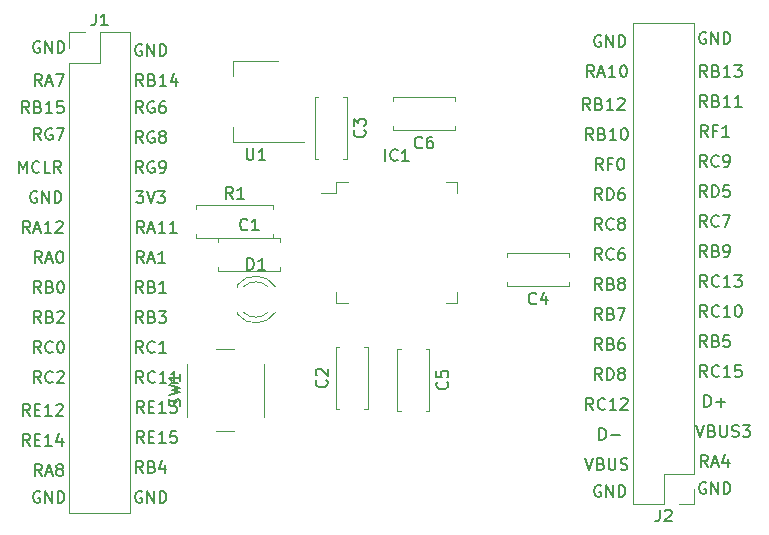
<source format=gbr>
%TF.GenerationSoftware,KiCad,Pcbnew,5.1.10-88a1d61d58~90~ubuntu21.04.1*%
%TF.CreationDate,2021-08-16T14:07:41+02:00*%
%TF.ProjectId,hendrik,68656e64-7269-46b2-9e6b-696361645f70,rev?*%
%TF.SameCoordinates,Original*%
%TF.FileFunction,Legend,Top*%
%TF.FilePolarity,Positive*%
%FSLAX46Y46*%
G04 Gerber Fmt 4.6, Leading zero omitted, Abs format (unit mm)*
G04 Created by KiCad (PCBNEW 5.1.10-88a1d61d58~90~ubuntu21.04.1) date 2021-08-16 14:07:41*
%MOMM*%
%LPD*%
G01*
G04 APERTURE LIST*
%ADD10C,0.150000*%
%ADD11C,0.120000*%
G04 APERTURE END LIST*
D10*
X154432095Y-120658000D02*
X154336857Y-120610380D01*
X154194000Y-120610380D01*
X154051142Y-120658000D01*
X153955904Y-120753238D01*
X153908285Y-120848476D01*
X153860666Y-121038952D01*
X153860666Y-121181809D01*
X153908285Y-121372285D01*
X153955904Y-121467523D01*
X154051142Y-121562761D01*
X154194000Y-121610380D01*
X154289238Y-121610380D01*
X154432095Y-121562761D01*
X154479714Y-121515142D01*
X154479714Y-121181809D01*
X154289238Y-121181809D01*
X154908285Y-121610380D02*
X154908285Y-120610380D01*
X155479714Y-121610380D01*
X155479714Y-120610380D01*
X155955904Y-121610380D02*
X155955904Y-120610380D01*
X156194000Y-120610380D01*
X156336857Y-120658000D01*
X156432095Y-120753238D01*
X156479714Y-120848476D01*
X156527333Y-121038952D01*
X156527333Y-121181809D01*
X156479714Y-121372285D01*
X156432095Y-121467523D01*
X156336857Y-121562761D01*
X156194000Y-121610380D01*
X155955904Y-121610380D01*
X154313047Y-114244380D02*
X154313047Y-113244380D01*
X154551142Y-113244380D01*
X154694000Y-113292000D01*
X154789238Y-113387238D01*
X154836857Y-113482476D01*
X154884476Y-113672952D01*
X154884476Y-113815809D01*
X154836857Y-114006285D01*
X154789238Y-114101523D01*
X154694000Y-114196761D01*
X154551142Y-114244380D01*
X154313047Y-114244380D01*
X155313047Y-113863428D02*
X156074952Y-113863428D01*
X155694000Y-114244380D02*
X155694000Y-113482476D01*
X154559142Y-86304380D02*
X154225809Y-85828190D01*
X153987714Y-86304380D02*
X153987714Y-85304380D01*
X154368666Y-85304380D01*
X154463904Y-85352000D01*
X154511523Y-85399619D01*
X154559142Y-85494857D01*
X154559142Y-85637714D01*
X154511523Y-85732952D01*
X154463904Y-85780571D01*
X154368666Y-85828190D01*
X153987714Y-85828190D01*
X155321047Y-85780571D02*
X155463904Y-85828190D01*
X155511523Y-85875809D01*
X155559142Y-85971047D01*
X155559142Y-86113904D01*
X155511523Y-86209142D01*
X155463904Y-86256761D01*
X155368666Y-86304380D01*
X154987714Y-86304380D01*
X154987714Y-85304380D01*
X155321047Y-85304380D01*
X155416285Y-85352000D01*
X155463904Y-85399619D01*
X155511523Y-85494857D01*
X155511523Y-85590095D01*
X155463904Y-85685333D01*
X155416285Y-85732952D01*
X155321047Y-85780571D01*
X154987714Y-85780571D01*
X156511523Y-86304380D02*
X155940095Y-86304380D01*
X156225809Y-86304380D02*
X156225809Y-85304380D01*
X156130571Y-85447238D01*
X156035333Y-85542476D01*
X155940095Y-85590095D01*
X156844857Y-85304380D02*
X157463904Y-85304380D01*
X157130571Y-85685333D01*
X157273428Y-85685333D01*
X157368666Y-85732952D01*
X157416285Y-85780571D01*
X157463904Y-85875809D01*
X157463904Y-86113904D01*
X157416285Y-86209142D01*
X157368666Y-86256761D01*
X157273428Y-86304380D01*
X156987714Y-86304380D01*
X156892476Y-86256761D01*
X156844857Y-86209142D01*
X154527333Y-99004380D02*
X154194000Y-98528190D01*
X153955904Y-99004380D02*
X153955904Y-98004380D01*
X154336857Y-98004380D01*
X154432095Y-98052000D01*
X154479714Y-98099619D01*
X154527333Y-98194857D01*
X154527333Y-98337714D01*
X154479714Y-98432952D01*
X154432095Y-98480571D01*
X154336857Y-98528190D01*
X153955904Y-98528190D01*
X155527333Y-98909142D02*
X155479714Y-98956761D01*
X155336857Y-99004380D01*
X155241619Y-99004380D01*
X155098761Y-98956761D01*
X155003523Y-98861523D01*
X154955904Y-98766285D01*
X154908285Y-98575809D01*
X154908285Y-98432952D01*
X154955904Y-98242476D01*
X155003523Y-98147238D01*
X155098761Y-98052000D01*
X155241619Y-98004380D01*
X155336857Y-98004380D01*
X155479714Y-98052000D01*
X155527333Y-98099619D01*
X155860666Y-98004380D02*
X156527333Y-98004380D01*
X156098761Y-99004380D01*
X154559142Y-111704380D02*
X154225809Y-111228190D01*
X153987714Y-111704380D02*
X153987714Y-110704380D01*
X154368666Y-110704380D01*
X154463904Y-110752000D01*
X154511523Y-110799619D01*
X154559142Y-110894857D01*
X154559142Y-111037714D01*
X154511523Y-111132952D01*
X154463904Y-111180571D01*
X154368666Y-111228190D01*
X153987714Y-111228190D01*
X155559142Y-111609142D02*
X155511523Y-111656761D01*
X155368666Y-111704380D01*
X155273428Y-111704380D01*
X155130571Y-111656761D01*
X155035333Y-111561523D01*
X154987714Y-111466285D01*
X154940095Y-111275809D01*
X154940095Y-111132952D01*
X154987714Y-110942476D01*
X155035333Y-110847238D01*
X155130571Y-110752000D01*
X155273428Y-110704380D01*
X155368666Y-110704380D01*
X155511523Y-110752000D01*
X155559142Y-110799619D01*
X156511523Y-111704380D02*
X155940095Y-111704380D01*
X156225809Y-111704380D02*
X156225809Y-110704380D01*
X156130571Y-110847238D01*
X156035333Y-110942476D01*
X155940095Y-110990095D01*
X157416285Y-110704380D02*
X156940095Y-110704380D01*
X156892476Y-111180571D01*
X156940095Y-111132952D01*
X157035333Y-111085333D01*
X157273428Y-111085333D01*
X157368666Y-111132952D01*
X157416285Y-111180571D01*
X157463904Y-111275809D01*
X157463904Y-111513904D01*
X157416285Y-111609142D01*
X157368666Y-111656761D01*
X157273428Y-111704380D01*
X157035333Y-111704380D01*
X156940095Y-111656761D01*
X156892476Y-111609142D01*
X154559142Y-104084380D02*
X154225809Y-103608190D01*
X153987714Y-104084380D02*
X153987714Y-103084380D01*
X154368666Y-103084380D01*
X154463904Y-103132000D01*
X154511523Y-103179619D01*
X154559142Y-103274857D01*
X154559142Y-103417714D01*
X154511523Y-103512952D01*
X154463904Y-103560571D01*
X154368666Y-103608190D01*
X153987714Y-103608190D01*
X155559142Y-103989142D02*
X155511523Y-104036761D01*
X155368666Y-104084380D01*
X155273428Y-104084380D01*
X155130571Y-104036761D01*
X155035333Y-103941523D01*
X154987714Y-103846285D01*
X154940095Y-103655809D01*
X154940095Y-103512952D01*
X154987714Y-103322476D01*
X155035333Y-103227238D01*
X155130571Y-103132000D01*
X155273428Y-103084380D01*
X155368666Y-103084380D01*
X155511523Y-103132000D01*
X155559142Y-103179619D01*
X156511523Y-104084380D02*
X155940095Y-104084380D01*
X156225809Y-104084380D02*
X156225809Y-103084380D01*
X156130571Y-103227238D01*
X156035333Y-103322476D01*
X155940095Y-103370095D01*
X156844857Y-103084380D02*
X157463904Y-103084380D01*
X157130571Y-103465333D01*
X157273428Y-103465333D01*
X157368666Y-103512952D01*
X157416285Y-103560571D01*
X157463904Y-103655809D01*
X157463904Y-103893904D01*
X157416285Y-103989142D01*
X157368666Y-104036761D01*
X157273428Y-104084380D01*
X156987714Y-104084380D01*
X156892476Y-104036761D01*
X156844857Y-103989142D01*
X154527333Y-93924380D02*
X154194000Y-93448190D01*
X153955904Y-93924380D02*
X153955904Y-92924380D01*
X154336857Y-92924380D01*
X154432095Y-92972000D01*
X154479714Y-93019619D01*
X154527333Y-93114857D01*
X154527333Y-93257714D01*
X154479714Y-93352952D01*
X154432095Y-93400571D01*
X154336857Y-93448190D01*
X153955904Y-93448190D01*
X155527333Y-93829142D02*
X155479714Y-93876761D01*
X155336857Y-93924380D01*
X155241619Y-93924380D01*
X155098761Y-93876761D01*
X155003523Y-93781523D01*
X154955904Y-93686285D01*
X154908285Y-93495809D01*
X154908285Y-93352952D01*
X154955904Y-93162476D01*
X155003523Y-93067238D01*
X155098761Y-92972000D01*
X155241619Y-92924380D01*
X155336857Y-92924380D01*
X155479714Y-92972000D01*
X155527333Y-93019619D01*
X156003523Y-93924380D02*
X156194000Y-93924380D01*
X156289238Y-93876761D01*
X156336857Y-93829142D01*
X156432095Y-93686285D01*
X156479714Y-93495809D01*
X156479714Y-93114857D01*
X156432095Y-93019619D01*
X156384476Y-92972000D01*
X156289238Y-92924380D01*
X156098761Y-92924380D01*
X156003523Y-92972000D01*
X155955904Y-93019619D01*
X155908285Y-93114857D01*
X155908285Y-93352952D01*
X155955904Y-93448190D01*
X156003523Y-93495809D01*
X156098761Y-93543428D01*
X156289238Y-93543428D01*
X156384476Y-93495809D01*
X156432095Y-93448190D01*
X156479714Y-93352952D01*
X154559142Y-106624380D02*
X154225809Y-106148190D01*
X153987714Y-106624380D02*
X153987714Y-105624380D01*
X154368666Y-105624380D01*
X154463904Y-105672000D01*
X154511523Y-105719619D01*
X154559142Y-105814857D01*
X154559142Y-105957714D01*
X154511523Y-106052952D01*
X154463904Y-106100571D01*
X154368666Y-106148190D01*
X153987714Y-106148190D01*
X155559142Y-106529142D02*
X155511523Y-106576761D01*
X155368666Y-106624380D01*
X155273428Y-106624380D01*
X155130571Y-106576761D01*
X155035333Y-106481523D01*
X154987714Y-106386285D01*
X154940095Y-106195809D01*
X154940095Y-106052952D01*
X154987714Y-105862476D01*
X155035333Y-105767238D01*
X155130571Y-105672000D01*
X155273428Y-105624380D01*
X155368666Y-105624380D01*
X155511523Y-105672000D01*
X155559142Y-105719619D01*
X156511523Y-106624380D02*
X155940095Y-106624380D01*
X156225809Y-106624380D02*
X156225809Y-105624380D01*
X156130571Y-105767238D01*
X156035333Y-105862476D01*
X155940095Y-105910095D01*
X157130571Y-105624380D02*
X157225809Y-105624380D01*
X157321047Y-105672000D01*
X157368666Y-105719619D01*
X157416285Y-105814857D01*
X157463904Y-106005333D01*
X157463904Y-106243428D01*
X157416285Y-106433904D01*
X157368666Y-106529142D01*
X157321047Y-106576761D01*
X157225809Y-106624380D01*
X157130571Y-106624380D01*
X157035333Y-106576761D01*
X156987714Y-106529142D01*
X156940095Y-106433904D01*
X156892476Y-106243428D01*
X156892476Y-106005333D01*
X156940095Y-105814857D01*
X156987714Y-105719619D01*
X157035333Y-105672000D01*
X157130571Y-105624380D01*
X154598761Y-91384380D02*
X154265428Y-90908190D01*
X154027333Y-91384380D02*
X154027333Y-90384380D01*
X154408285Y-90384380D01*
X154503523Y-90432000D01*
X154551142Y-90479619D01*
X154598761Y-90574857D01*
X154598761Y-90717714D01*
X154551142Y-90812952D01*
X154503523Y-90860571D01*
X154408285Y-90908190D01*
X154027333Y-90908190D01*
X155360666Y-90860571D02*
X155027333Y-90860571D01*
X155027333Y-91384380D02*
X155027333Y-90384380D01*
X155503523Y-90384380D01*
X156408285Y-91384380D02*
X155836857Y-91384380D01*
X156122571Y-91384380D02*
X156122571Y-90384380D01*
X156027333Y-90527238D01*
X155932095Y-90622476D01*
X155836857Y-90670095D01*
X154527333Y-101544380D02*
X154194000Y-101068190D01*
X153955904Y-101544380D02*
X153955904Y-100544380D01*
X154336857Y-100544380D01*
X154432095Y-100592000D01*
X154479714Y-100639619D01*
X154527333Y-100734857D01*
X154527333Y-100877714D01*
X154479714Y-100972952D01*
X154432095Y-101020571D01*
X154336857Y-101068190D01*
X153955904Y-101068190D01*
X155289238Y-101020571D02*
X155432095Y-101068190D01*
X155479714Y-101115809D01*
X155527333Y-101211047D01*
X155527333Y-101353904D01*
X155479714Y-101449142D01*
X155432095Y-101496761D01*
X155336857Y-101544380D01*
X154955904Y-101544380D01*
X154955904Y-100544380D01*
X155289238Y-100544380D01*
X155384476Y-100592000D01*
X155432095Y-100639619D01*
X155479714Y-100734857D01*
X155479714Y-100830095D01*
X155432095Y-100925333D01*
X155384476Y-100972952D01*
X155289238Y-101020571D01*
X154955904Y-101020571D01*
X156003523Y-101544380D02*
X156194000Y-101544380D01*
X156289238Y-101496761D01*
X156336857Y-101449142D01*
X156432095Y-101306285D01*
X156479714Y-101115809D01*
X156479714Y-100734857D01*
X156432095Y-100639619D01*
X156384476Y-100592000D01*
X156289238Y-100544380D01*
X156098761Y-100544380D01*
X156003523Y-100592000D01*
X155955904Y-100639619D01*
X155908285Y-100734857D01*
X155908285Y-100972952D01*
X155955904Y-101068190D01*
X156003523Y-101115809D01*
X156098761Y-101163428D01*
X156289238Y-101163428D01*
X156384476Y-101115809D01*
X156432095Y-101068190D01*
X156479714Y-100972952D01*
X153646476Y-115784380D02*
X153979809Y-116784380D01*
X154313142Y-115784380D01*
X154979809Y-116260571D02*
X155122666Y-116308190D01*
X155170285Y-116355809D01*
X155217904Y-116451047D01*
X155217904Y-116593904D01*
X155170285Y-116689142D01*
X155122666Y-116736761D01*
X155027428Y-116784380D01*
X154646476Y-116784380D01*
X154646476Y-115784380D01*
X154979809Y-115784380D01*
X155075047Y-115832000D01*
X155122666Y-115879619D01*
X155170285Y-115974857D01*
X155170285Y-116070095D01*
X155122666Y-116165333D01*
X155075047Y-116212952D01*
X154979809Y-116260571D01*
X154646476Y-116260571D01*
X155646476Y-115784380D02*
X155646476Y-116593904D01*
X155694095Y-116689142D01*
X155741714Y-116736761D01*
X155836952Y-116784380D01*
X156027428Y-116784380D01*
X156122666Y-116736761D01*
X156170285Y-116689142D01*
X156217904Y-116593904D01*
X156217904Y-115784380D01*
X156646476Y-116736761D02*
X156789333Y-116784380D01*
X157027428Y-116784380D01*
X157122666Y-116736761D01*
X157170285Y-116689142D01*
X157217904Y-116593904D01*
X157217904Y-116498666D01*
X157170285Y-116403428D01*
X157122666Y-116355809D01*
X157027428Y-116308190D01*
X156836952Y-116260571D01*
X156741714Y-116212952D01*
X156694095Y-116165333D01*
X156646476Y-116070095D01*
X156646476Y-115974857D01*
X156694095Y-115879619D01*
X156741714Y-115832000D01*
X156836952Y-115784380D01*
X157075047Y-115784380D01*
X157217904Y-115832000D01*
X157551238Y-115784380D02*
X158170285Y-115784380D01*
X157836952Y-116165333D01*
X157979809Y-116165333D01*
X158075047Y-116212952D01*
X158122666Y-116260571D01*
X158170285Y-116355809D01*
X158170285Y-116593904D01*
X158122666Y-116689142D01*
X158075047Y-116736761D01*
X157979809Y-116784380D01*
X157694095Y-116784380D01*
X157598857Y-116736761D01*
X157551238Y-116689142D01*
X154559142Y-88844380D02*
X154225809Y-88368190D01*
X153987714Y-88844380D02*
X153987714Y-87844380D01*
X154368666Y-87844380D01*
X154463904Y-87892000D01*
X154511523Y-87939619D01*
X154559142Y-88034857D01*
X154559142Y-88177714D01*
X154511523Y-88272952D01*
X154463904Y-88320571D01*
X154368666Y-88368190D01*
X153987714Y-88368190D01*
X155321047Y-88320571D02*
X155463904Y-88368190D01*
X155511523Y-88415809D01*
X155559142Y-88511047D01*
X155559142Y-88653904D01*
X155511523Y-88749142D01*
X155463904Y-88796761D01*
X155368666Y-88844380D01*
X154987714Y-88844380D01*
X154987714Y-87844380D01*
X155321047Y-87844380D01*
X155416285Y-87892000D01*
X155463904Y-87939619D01*
X155511523Y-88034857D01*
X155511523Y-88130095D01*
X155463904Y-88225333D01*
X155416285Y-88272952D01*
X155321047Y-88320571D01*
X154987714Y-88320571D01*
X156511523Y-88844380D02*
X155940095Y-88844380D01*
X156225809Y-88844380D02*
X156225809Y-87844380D01*
X156130571Y-87987238D01*
X156035333Y-88082476D01*
X155940095Y-88130095D01*
X157463904Y-88844380D02*
X156892476Y-88844380D01*
X157178190Y-88844380D02*
X157178190Y-87844380D01*
X157082952Y-87987238D01*
X156987714Y-88082476D01*
X156892476Y-88130095D01*
X154598761Y-119324380D02*
X154265428Y-118848190D01*
X154027333Y-119324380D02*
X154027333Y-118324380D01*
X154408285Y-118324380D01*
X154503523Y-118372000D01*
X154551142Y-118419619D01*
X154598761Y-118514857D01*
X154598761Y-118657714D01*
X154551142Y-118752952D01*
X154503523Y-118800571D01*
X154408285Y-118848190D01*
X154027333Y-118848190D01*
X154979714Y-119038666D02*
X155455904Y-119038666D01*
X154884476Y-119324380D02*
X155217809Y-118324380D01*
X155551142Y-119324380D01*
X156313047Y-118657714D02*
X156313047Y-119324380D01*
X156074952Y-118276761D02*
X155836857Y-118991047D01*
X156455904Y-118991047D01*
X154432095Y-82558000D02*
X154336857Y-82510380D01*
X154194000Y-82510380D01*
X154051142Y-82558000D01*
X153955904Y-82653238D01*
X153908285Y-82748476D01*
X153860666Y-82938952D01*
X153860666Y-83081809D01*
X153908285Y-83272285D01*
X153955904Y-83367523D01*
X154051142Y-83462761D01*
X154194000Y-83510380D01*
X154289238Y-83510380D01*
X154432095Y-83462761D01*
X154479714Y-83415142D01*
X154479714Y-83081809D01*
X154289238Y-83081809D01*
X154908285Y-83510380D02*
X154908285Y-82510380D01*
X155479714Y-83510380D01*
X155479714Y-82510380D01*
X155955904Y-83510380D02*
X155955904Y-82510380D01*
X156194000Y-82510380D01*
X156336857Y-82558000D01*
X156432095Y-82653238D01*
X156479714Y-82748476D01*
X156527333Y-82938952D01*
X156527333Y-83081809D01*
X156479714Y-83272285D01*
X156432095Y-83367523D01*
X156336857Y-83462761D01*
X156194000Y-83510380D01*
X155955904Y-83510380D01*
X154527333Y-96464380D02*
X154194000Y-95988190D01*
X153955904Y-96464380D02*
X153955904Y-95464380D01*
X154336857Y-95464380D01*
X154432095Y-95512000D01*
X154479714Y-95559619D01*
X154527333Y-95654857D01*
X154527333Y-95797714D01*
X154479714Y-95892952D01*
X154432095Y-95940571D01*
X154336857Y-95988190D01*
X153955904Y-95988190D01*
X154955904Y-96464380D02*
X154955904Y-95464380D01*
X155194000Y-95464380D01*
X155336857Y-95512000D01*
X155432095Y-95607238D01*
X155479714Y-95702476D01*
X155527333Y-95892952D01*
X155527333Y-96035809D01*
X155479714Y-96226285D01*
X155432095Y-96321523D01*
X155336857Y-96416761D01*
X155194000Y-96464380D01*
X154955904Y-96464380D01*
X156432095Y-95464380D02*
X155955904Y-95464380D01*
X155908285Y-95940571D01*
X155955904Y-95892952D01*
X156051142Y-95845333D01*
X156289238Y-95845333D01*
X156384476Y-95892952D01*
X156432095Y-95940571D01*
X156479714Y-96035809D01*
X156479714Y-96273904D01*
X156432095Y-96369142D01*
X156384476Y-96416761D01*
X156289238Y-96464380D01*
X156051142Y-96464380D01*
X155955904Y-96416761D01*
X155908285Y-96369142D01*
X154527333Y-109164380D02*
X154194000Y-108688190D01*
X153955904Y-109164380D02*
X153955904Y-108164380D01*
X154336857Y-108164380D01*
X154432095Y-108212000D01*
X154479714Y-108259619D01*
X154527333Y-108354857D01*
X154527333Y-108497714D01*
X154479714Y-108592952D01*
X154432095Y-108640571D01*
X154336857Y-108688190D01*
X153955904Y-108688190D01*
X155289238Y-108640571D02*
X155432095Y-108688190D01*
X155479714Y-108735809D01*
X155527333Y-108831047D01*
X155527333Y-108973904D01*
X155479714Y-109069142D01*
X155432095Y-109116761D01*
X155336857Y-109164380D01*
X154955904Y-109164380D01*
X154955904Y-108164380D01*
X155289238Y-108164380D01*
X155384476Y-108212000D01*
X155432095Y-108259619D01*
X155479714Y-108354857D01*
X155479714Y-108450095D01*
X155432095Y-108545333D01*
X155384476Y-108592952D01*
X155289238Y-108640571D01*
X154955904Y-108640571D01*
X156432095Y-108164380D02*
X155955904Y-108164380D01*
X155908285Y-108640571D01*
X155955904Y-108592952D01*
X156051142Y-108545333D01*
X156289238Y-108545333D01*
X156384476Y-108592952D01*
X156432095Y-108640571D01*
X156479714Y-108735809D01*
X156479714Y-108973904D01*
X156432095Y-109069142D01*
X156384476Y-109116761D01*
X156289238Y-109164380D01*
X156051142Y-109164380D01*
X155955904Y-109116761D01*
X155908285Y-109069142D01*
X145542095Y-120912000D02*
X145446857Y-120864380D01*
X145304000Y-120864380D01*
X145161142Y-120912000D01*
X145065904Y-121007238D01*
X145018285Y-121102476D01*
X144970666Y-121292952D01*
X144970666Y-121435809D01*
X145018285Y-121626285D01*
X145065904Y-121721523D01*
X145161142Y-121816761D01*
X145304000Y-121864380D01*
X145399238Y-121864380D01*
X145542095Y-121816761D01*
X145589714Y-121769142D01*
X145589714Y-121435809D01*
X145399238Y-121435809D01*
X146018285Y-121864380D02*
X146018285Y-120864380D01*
X146589714Y-121864380D01*
X146589714Y-120864380D01*
X147065904Y-121864380D02*
X147065904Y-120864380D01*
X147304000Y-120864380D01*
X147446857Y-120912000D01*
X147542095Y-121007238D01*
X147589714Y-121102476D01*
X147637333Y-121292952D01*
X147637333Y-121435809D01*
X147589714Y-121626285D01*
X147542095Y-121721523D01*
X147446857Y-121816761D01*
X147304000Y-121864380D01*
X147065904Y-121864380D01*
X144907142Y-114498380D02*
X144573809Y-114022190D01*
X144335714Y-114498380D02*
X144335714Y-113498380D01*
X144716666Y-113498380D01*
X144811904Y-113546000D01*
X144859523Y-113593619D01*
X144907142Y-113688857D01*
X144907142Y-113831714D01*
X144859523Y-113926952D01*
X144811904Y-113974571D01*
X144716666Y-114022190D01*
X144335714Y-114022190D01*
X145907142Y-114403142D02*
X145859523Y-114450761D01*
X145716666Y-114498380D01*
X145621428Y-114498380D01*
X145478571Y-114450761D01*
X145383333Y-114355523D01*
X145335714Y-114260285D01*
X145288095Y-114069809D01*
X145288095Y-113926952D01*
X145335714Y-113736476D01*
X145383333Y-113641238D01*
X145478571Y-113546000D01*
X145621428Y-113498380D01*
X145716666Y-113498380D01*
X145859523Y-113546000D01*
X145907142Y-113593619D01*
X146859523Y-114498380D02*
X146288095Y-114498380D01*
X146573809Y-114498380D02*
X146573809Y-113498380D01*
X146478571Y-113641238D01*
X146383333Y-113736476D01*
X146288095Y-113784095D01*
X147240476Y-113593619D02*
X147288095Y-113546000D01*
X147383333Y-113498380D01*
X147621428Y-113498380D01*
X147716666Y-113546000D01*
X147764285Y-113593619D01*
X147811904Y-113688857D01*
X147811904Y-113784095D01*
X147764285Y-113926952D01*
X147192857Y-114498380D01*
X147811904Y-114498380D01*
X144978571Y-86304380D02*
X144645238Y-85828190D01*
X144407142Y-86304380D02*
X144407142Y-85304380D01*
X144788095Y-85304380D01*
X144883333Y-85352000D01*
X144930952Y-85399619D01*
X144978571Y-85494857D01*
X144978571Y-85637714D01*
X144930952Y-85732952D01*
X144883333Y-85780571D01*
X144788095Y-85828190D01*
X144407142Y-85828190D01*
X145359523Y-86018666D02*
X145835714Y-86018666D01*
X145264285Y-86304380D02*
X145597619Y-85304380D01*
X145930952Y-86304380D01*
X146788095Y-86304380D02*
X146216666Y-86304380D01*
X146502380Y-86304380D02*
X146502380Y-85304380D01*
X146407142Y-85447238D01*
X146311904Y-85542476D01*
X146216666Y-85590095D01*
X147407142Y-85304380D02*
X147502380Y-85304380D01*
X147597619Y-85352000D01*
X147645238Y-85399619D01*
X147692857Y-85494857D01*
X147740476Y-85685333D01*
X147740476Y-85923428D01*
X147692857Y-86113904D01*
X147645238Y-86209142D01*
X147597619Y-86256761D01*
X147502380Y-86304380D01*
X147407142Y-86304380D01*
X147311904Y-86256761D01*
X147264285Y-86209142D01*
X147216666Y-86113904D01*
X147169047Y-85923428D01*
X147169047Y-85685333D01*
X147216666Y-85494857D01*
X147264285Y-85399619D01*
X147311904Y-85352000D01*
X147407142Y-85304380D01*
X145637333Y-99258380D02*
X145304000Y-98782190D01*
X145065904Y-99258380D02*
X145065904Y-98258380D01*
X145446857Y-98258380D01*
X145542095Y-98306000D01*
X145589714Y-98353619D01*
X145637333Y-98448857D01*
X145637333Y-98591714D01*
X145589714Y-98686952D01*
X145542095Y-98734571D01*
X145446857Y-98782190D01*
X145065904Y-98782190D01*
X146637333Y-99163142D02*
X146589714Y-99210761D01*
X146446857Y-99258380D01*
X146351619Y-99258380D01*
X146208761Y-99210761D01*
X146113523Y-99115523D01*
X146065904Y-99020285D01*
X146018285Y-98829809D01*
X146018285Y-98686952D01*
X146065904Y-98496476D01*
X146113523Y-98401238D01*
X146208761Y-98306000D01*
X146351619Y-98258380D01*
X146446857Y-98258380D01*
X146589714Y-98306000D01*
X146637333Y-98353619D01*
X147208761Y-98686952D02*
X147113523Y-98639333D01*
X147065904Y-98591714D01*
X147018285Y-98496476D01*
X147018285Y-98448857D01*
X147065904Y-98353619D01*
X147113523Y-98306000D01*
X147208761Y-98258380D01*
X147399238Y-98258380D01*
X147494476Y-98306000D01*
X147542095Y-98353619D01*
X147589714Y-98448857D01*
X147589714Y-98496476D01*
X147542095Y-98591714D01*
X147494476Y-98639333D01*
X147399238Y-98686952D01*
X147208761Y-98686952D01*
X147113523Y-98734571D01*
X147065904Y-98782190D01*
X147018285Y-98877428D01*
X147018285Y-99067904D01*
X147065904Y-99163142D01*
X147113523Y-99210761D01*
X147208761Y-99258380D01*
X147399238Y-99258380D01*
X147494476Y-99210761D01*
X147542095Y-99163142D01*
X147589714Y-99067904D01*
X147589714Y-98877428D01*
X147542095Y-98782190D01*
X147494476Y-98734571D01*
X147399238Y-98686952D01*
X145637333Y-111958380D02*
X145304000Y-111482190D01*
X145065904Y-111958380D02*
X145065904Y-110958380D01*
X145446857Y-110958380D01*
X145542095Y-111006000D01*
X145589714Y-111053619D01*
X145637333Y-111148857D01*
X145637333Y-111291714D01*
X145589714Y-111386952D01*
X145542095Y-111434571D01*
X145446857Y-111482190D01*
X145065904Y-111482190D01*
X146065904Y-111958380D02*
X146065904Y-110958380D01*
X146304000Y-110958380D01*
X146446857Y-111006000D01*
X146542095Y-111101238D01*
X146589714Y-111196476D01*
X146637333Y-111386952D01*
X146637333Y-111529809D01*
X146589714Y-111720285D01*
X146542095Y-111815523D01*
X146446857Y-111910761D01*
X146304000Y-111958380D01*
X146065904Y-111958380D01*
X147208761Y-111386952D02*
X147113523Y-111339333D01*
X147065904Y-111291714D01*
X147018285Y-111196476D01*
X147018285Y-111148857D01*
X147065904Y-111053619D01*
X147113523Y-111006000D01*
X147208761Y-110958380D01*
X147399238Y-110958380D01*
X147494476Y-111006000D01*
X147542095Y-111053619D01*
X147589714Y-111148857D01*
X147589714Y-111196476D01*
X147542095Y-111291714D01*
X147494476Y-111339333D01*
X147399238Y-111386952D01*
X147208761Y-111386952D01*
X147113523Y-111434571D01*
X147065904Y-111482190D01*
X147018285Y-111577428D01*
X147018285Y-111767904D01*
X147065904Y-111863142D01*
X147113523Y-111910761D01*
X147208761Y-111958380D01*
X147399238Y-111958380D01*
X147494476Y-111910761D01*
X147542095Y-111863142D01*
X147589714Y-111767904D01*
X147589714Y-111577428D01*
X147542095Y-111482190D01*
X147494476Y-111434571D01*
X147399238Y-111386952D01*
X145637333Y-104338380D02*
X145304000Y-103862190D01*
X145065904Y-104338380D02*
X145065904Y-103338380D01*
X145446857Y-103338380D01*
X145542095Y-103386000D01*
X145589714Y-103433619D01*
X145637333Y-103528857D01*
X145637333Y-103671714D01*
X145589714Y-103766952D01*
X145542095Y-103814571D01*
X145446857Y-103862190D01*
X145065904Y-103862190D01*
X146399238Y-103814571D02*
X146542095Y-103862190D01*
X146589714Y-103909809D01*
X146637333Y-104005047D01*
X146637333Y-104147904D01*
X146589714Y-104243142D01*
X146542095Y-104290761D01*
X146446857Y-104338380D01*
X146065904Y-104338380D01*
X146065904Y-103338380D01*
X146399238Y-103338380D01*
X146494476Y-103386000D01*
X146542095Y-103433619D01*
X146589714Y-103528857D01*
X146589714Y-103624095D01*
X146542095Y-103719333D01*
X146494476Y-103766952D01*
X146399238Y-103814571D01*
X146065904Y-103814571D01*
X147208761Y-103766952D02*
X147113523Y-103719333D01*
X147065904Y-103671714D01*
X147018285Y-103576476D01*
X147018285Y-103528857D01*
X147065904Y-103433619D01*
X147113523Y-103386000D01*
X147208761Y-103338380D01*
X147399238Y-103338380D01*
X147494476Y-103386000D01*
X147542095Y-103433619D01*
X147589714Y-103528857D01*
X147589714Y-103576476D01*
X147542095Y-103671714D01*
X147494476Y-103719333D01*
X147399238Y-103766952D01*
X147208761Y-103766952D01*
X147113523Y-103814571D01*
X147065904Y-103862190D01*
X147018285Y-103957428D01*
X147018285Y-104147904D01*
X147065904Y-104243142D01*
X147113523Y-104290761D01*
X147208761Y-104338380D01*
X147399238Y-104338380D01*
X147494476Y-104290761D01*
X147542095Y-104243142D01*
X147589714Y-104147904D01*
X147589714Y-103957428D01*
X147542095Y-103862190D01*
X147494476Y-103814571D01*
X147399238Y-103766952D01*
X145708761Y-94178380D02*
X145375428Y-93702190D01*
X145137333Y-94178380D02*
X145137333Y-93178380D01*
X145518285Y-93178380D01*
X145613523Y-93226000D01*
X145661142Y-93273619D01*
X145708761Y-93368857D01*
X145708761Y-93511714D01*
X145661142Y-93606952D01*
X145613523Y-93654571D01*
X145518285Y-93702190D01*
X145137333Y-93702190D01*
X146470666Y-93654571D02*
X146137333Y-93654571D01*
X146137333Y-94178380D02*
X146137333Y-93178380D01*
X146613523Y-93178380D01*
X147184952Y-93178380D02*
X147280190Y-93178380D01*
X147375428Y-93226000D01*
X147423047Y-93273619D01*
X147470666Y-93368857D01*
X147518285Y-93559333D01*
X147518285Y-93797428D01*
X147470666Y-93987904D01*
X147423047Y-94083142D01*
X147375428Y-94130761D01*
X147280190Y-94178380D01*
X147184952Y-94178380D01*
X147089714Y-94130761D01*
X147042095Y-94083142D01*
X146994476Y-93987904D01*
X146946857Y-93797428D01*
X146946857Y-93559333D01*
X146994476Y-93368857D01*
X147042095Y-93273619D01*
X147089714Y-93226000D01*
X147184952Y-93178380D01*
X145637333Y-106878380D02*
X145304000Y-106402190D01*
X145065904Y-106878380D02*
X145065904Y-105878380D01*
X145446857Y-105878380D01*
X145542095Y-105926000D01*
X145589714Y-105973619D01*
X145637333Y-106068857D01*
X145637333Y-106211714D01*
X145589714Y-106306952D01*
X145542095Y-106354571D01*
X145446857Y-106402190D01*
X145065904Y-106402190D01*
X146399238Y-106354571D02*
X146542095Y-106402190D01*
X146589714Y-106449809D01*
X146637333Y-106545047D01*
X146637333Y-106687904D01*
X146589714Y-106783142D01*
X146542095Y-106830761D01*
X146446857Y-106878380D01*
X146065904Y-106878380D01*
X146065904Y-105878380D01*
X146399238Y-105878380D01*
X146494476Y-105926000D01*
X146542095Y-105973619D01*
X146589714Y-106068857D01*
X146589714Y-106164095D01*
X146542095Y-106259333D01*
X146494476Y-106306952D01*
X146399238Y-106354571D01*
X146065904Y-106354571D01*
X146970666Y-105878380D02*
X147637333Y-105878380D01*
X147208761Y-106878380D01*
X144907142Y-91638380D02*
X144573809Y-91162190D01*
X144335714Y-91638380D02*
X144335714Y-90638380D01*
X144716666Y-90638380D01*
X144811904Y-90686000D01*
X144859523Y-90733619D01*
X144907142Y-90828857D01*
X144907142Y-90971714D01*
X144859523Y-91066952D01*
X144811904Y-91114571D01*
X144716666Y-91162190D01*
X144335714Y-91162190D01*
X145669047Y-91114571D02*
X145811904Y-91162190D01*
X145859523Y-91209809D01*
X145907142Y-91305047D01*
X145907142Y-91447904D01*
X145859523Y-91543142D01*
X145811904Y-91590761D01*
X145716666Y-91638380D01*
X145335714Y-91638380D01*
X145335714Y-90638380D01*
X145669047Y-90638380D01*
X145764285Y-90686000D01*
X145811904Y-90733619D01*
X145859523Y-90828857D01*
X145859523Y-90924095D01*
X145811904Y-91019333D01*
X145764285Y-91066952D01*
X145669047Y-91114571D01*
X145335714Y-91114571D01*
X146859523Y-91638380D02*
X146288095Y-91638380D01*
X146573809Y-91638380D02*
X146573809Y-90638380D01*
X146478571Y-90781238D01*
X146383333Y-90876476D01*
X146288095Y-90924095D01*
X147478571Y-90638380D02*
X147573809Y-90638380D01*
X147669047Y-90686000D01*
X147716666Y-90733619D01*
X147764285Y-90828857D01*
X147811904Y-91019333D01*
X147811904Y-91257428D01*
X147764285Y-91447904D01*
X147716666Y-91543142D01*
X147669047Y-91590761D01*
X147573809Y-91638380D01*
X147478571Y-91638380D01*
X147383333Y-91590761D01*
X147335714Y-91543142D01*
X147288095Y-91447904D01*
X147240476Y-91257428D01*
X147240476Y-91019333D01*
X147288095Y-90828857D01*
X147335714Y-90733619D01*
X147383333Y-90686000D01*
X147478571Y-90638380D01*
X145637333Y-101798380D02*
X145304000Y-101322190D01*
X145065904Y-101798380D02*
X145065904Y-100798380D01*
X145446857Y-100798380D01*
X145542095Y-100846000D01*
X145589714Y-100893619D01*
X145637333Y-100988857D01*
X145637333Y-101131714D01*
X145589714Y-101226952D01*
X145542095Y-101274571D01*
X145446857Y-101322190D01*
X145065904Y-101322190D01*
X146637333Y-101703142D02*
X146589714Y-101750761D01*
X146446857Y-101798380D01*
X146351619Y-101798380D01*
X146208761Y-101750761D01*
X146113523Y-101655523D01*
X146065904Y-101560285D01*
X146018285Y-101369809D01*
X146018285Y-101226952D01*
X146065904Y-101036476D01*
X146113523Y-100941238D01*
X146208761Y-100846000D01*
X146351619Y-100798380D01*
X146446857Y-100798380D01*
X146589714Y-100846000D01*
X146637333Y-100893619D01*
X147494476Y-100798380D02*
X147304000Y-100798380D01*
X147208761Y-100846000D01*
X147161142Y-100893619D01*
X147065904Y-101036476D01*
X147018285Y-101226952D01*
X147018285Y-101607904D01*
X147065904Y-101703142D01*
X147113523Y-101750761D01*
X147208761Y-101798380D01*
X147399238Y-101798380D01*
X147494476Y-101750761D01*
X147542095Y-101703142D01*
X147589714Y-101607904D01*
X147589714Y-101369809D01*
X147542095Y-101274571D01*
X147494476Y-101226952D01*
X147399238Y-101179333D01*
X147208761Y-101179333D01*
X147113523Y-101226952D01*
X147065904Y-101274571D01*
X147018285Y-101369809D01*
X145423047Y-117038380D02*
X145423047Y-116038380D01*
X145661142Y-116038380D01*
X145804000Y-116086000D01*
X145899238Y-116181238D01*
X145946857Y-116276476D01*
X145994476Y-116466952D01*
X145994476Y-116609809D01*
X145946857Y-116800285D01*
X145899238Y-116895523D01*
X145804000Y-116990761D01*
X145661142Y-117038380D01*
X145423047Y-117038380D01*
X146423047Y-116657428D02*
X147184952Y-116657428D01*
X144653142Y-89098380D02*
X144319809Y-88622190D01*
X144081714Y-89098380D02*
X144081714Y-88098380D01*
X144462666Y-88098380D01*
X144557904Y-88146000D01*
X144605523Y-88193619D01*
X144653142Y-88288857D01*
X144653142Y-88431714D01*
X144605523Y-88526952D01*
X144557904Y-88574571D01*
X144462666Y-88622190D01*
X144081714Y-88622190D01*
X145415047Y-88574571D02*
X145557904Y-88622190D01*
X145605523Y-88669809D01*
X145653142Y-88765047D01*
X145653142Y-88907904D01*
X145605523Y-89003142D01*
X145557904Y-89050761D01*
X145462666Y-89098380D01*
X145081714Y-89098380D01*
X145081714Y-88098380D01*
X145415047Y-88098380D01*
X145510285Y-88146000D01*
X145557904Y-88193619D01*
X145605523Y-88288857D01*
X145605523Y-88384095D01*
X145557904Y-88479333D01*
X145510285Y-88526952D01*
X145415047Y-88574571D01*
X145081714Y-88574571D01*
X146605523Y-89098380D02*
X146034095Y-89098380D01*
X146319809Y-89098380D02*
X146319809Y-88098380D01*
X146224571Y-88241238D01*
X146129333Y-88336476D01*
X146034095Y-88384095D01*
X146986476Y-88193619D02*
X147034095Y-88146000D01*
X147129333Y-88098380D01*
X147367428Y-88098380D01*
X147462666Y-88146000D01*
X147510285Y-88193619D01*
X147557904Y-88288857D01*
X147557904Y-88384095D01*
X147510285Y-88526952D01*
X146938857Y-89098380D01*
X147557904Y-89098380D01*
X144216666Y-118578380D02*
X144550000Y-119578380D01*
X144883333Y-118578380D01*
X145550000Y-119054571D02*
X145692857Y-119102190D01*
X145740476Y-119149809D01*
X145788095Y-119245047D01*
X145788095Y-119387904D01*
X145740476Y-119483142D01*
X145692857Y-119530761D01*
X145597619Y-119578380D01*
X145216666Y-119578380D01*
X145216666Y-118578380D01*
X145550000Y-118578380D01*
X145645238Y-118626000D01*
X145692857Y-118673619D01*
X145740476Y-118768857D01*
X145740476Y-118864095D01*
X145692857Y-118959333D01*
X145645238Y-119006952D01*
X145550000Y-119054571D01*
X145216666Y-119054571D01*
X146216666Y-118578380D02*
X146216666Y-119387904D01*
X146264285Y-119483142D01*
X146311904Y-119530761D01*
X146407142Y-119578380D01*
X146597619Y-119578380D01*
X146692857Y-119530761D01*
X146740476Y-119483142D01*
X146788095Y-119387904D01*
X146788095Y-118578380D01*
X147216666Y-119530761D02*
X147359523Y-119578380D01*
X147597619Y-119578380D01*
X147692857Y-119530761D01*
X147740476Y-119483142D01*
X147788095Y-119387904D01*
X147788095Y-119292666D01*
X147740476Y-119197428D01*
X147692857Y-119149809D01*
X147597619Y-119102190D01*
X147407142Y-119054571D01*
X147311904Y-119006952D01*
X147264285Y-118959333D01*
X147216666Y-118864095D01*
X147216666Y-118768857D01*
X147264285Y-118673619D01*
X147311904Y-118626000D01*
X147407142Y-118578380D01*
X147645238Y-118578380D01*
X147788095Y-118626000D01*
X145542095Y-82812000D02*
X145446857Y-82764380D01*
X145304000Y-82764380D01*
X145161142Y-82812000D01*
X145065904Y-82907238D01*
X145018285Y-83002476D01*
X144970666Y-83192952D01*
X144970666Y-83335809D01*
X145018285Y-83526285D01*
X145065904Y-83621523D01*
X145161142Y-83716761D01*
X145304000Y-83764380D01*
X145399238Y-83764380D01*
X145542095Y-83716761D01*
X145589714Y-83669142D01*
X145589714Y-83335809D01*
X145399238Y-83335809D01*
X146018285Y-83764380D02*
X146018285Y-82764380D01*
X146589714Y-83764380D01*
X146589714Y-82764380D01*
X147065904Y-83764380D02*
X147065904Y-82764380D01*
X147304000Y-82764380D01*
X147446857Y-82812000D01*
X147542095Y-82907238D01*
X147589714Y-83002476D01*
X147637333Y-83192952D01*
X147637333Y-83335809D01*
X147589714Y-83526285D01*
X147542095Y-83621523D01*
X147446857Y-83716761D01*
X147304000Y-83764380D01*
X147065904Y-83764380D01*
X145637333Y-96718380D02*
X145304000Y-96242190D01*
X145065904Y-96718380D02*
X145065904Y-95718380D01*
X145446857Y-95718380D01*
X145542095Y-95766000D01*
X145589714Y-95813619D01*
X145637333Y-95908857D01*
X145637333Y-96051714D01*
X145589714Y-96146952D01*
X145542095Y-96194571D01*
X145446857Y-96242190D01*
X145065904Y-96242190D01*
X146065904Y-96718380D02*
X146065904Y-95718380D01*
X146304000Y-95718380D01*
X146446857Y-95766000D01*
X146542095Y-95861238D01*
X146589714Y-95956476D01*
X146637333Y-96146952D01*
X146637333Y-96289809D01*
X146589714Y-96480285D01*
X146542095Y-96575523D01*
X146446857Y-96670761D01*
X146304000Y-96718380D01*
X146065904Y-96718380D01*
X147494476Y-95718380D02*
X147304000Y-95718380D01*
X147208761Y-95766000D01*
X147161142Y-95813619D01*
X147065904Y-95956476D01*
X147018285Y-96146952D01*
X147018285Y-96527904D01*
X147065904Y-96623142D01*
X147113523Y-96670761D01*
X147208761Y-96718380D01*
X147399238Y-96718380D01*
X147494476Y-96670761D01*
X147542095Y-96623142D01*
X147589714Y-96527904D01*
X147589714Y-96289809D01*
X147542095Y-96194571D01*
X147494476Y-96146952D01*
X147399238Y-96099333D01*
X147208761Y-96099333D01*
X147113523Y-96146952D01*
X147065904Y-96194571D01*
X147018285Y-96289809D01*
X145637333Y-109418380D02*
X145304000Y-108942190D01*
X145065904Y-109418380D02*
X145065904Y-108418380D01*
X145446857Y-108418380D01*
X145542095Y-108466000D01*
X145589714Y-108513619D01*
X145637333Y-108608857D01*
X145637333Y-108751714D01*
X145589714Y-108846952D01*
X145542095Y-108894571D01*
X145446857Y-108942190D01*
X145065904Y-108942190D01*
X146399238Y-108894571D02*
X146542095Y-108942190D01*
X146589714Y-108989809D01*
X146637333Y-109085047D01*
X146637333Y-109227904D01*
X146589714Y-109323142D01*
X146542095Y-109370761D01*
X146446857Y-109418380D01*
X146065904Y-109418380D01*
X146065904Y-108418380D01*
X146399238Y-108418380D01*
X146494476Y-108466000D01*
X146542095Y-108513619D01*
X146589714Y-108608857D01*
X146589714Y-108704095D01*
X146542095Y-108799333D01*
X146494476Y-108846952D01*
X146399238Y-108894571D01*
X146065904Y-108894571D01*
X147494476Y-108418380D02*
X147304000Y-108418380D01*
X147208761Y-108466000D01*
X147161142Y-108513619D01*
X147065904Y-108656476D01*
X147018285Y-108846952D01*
X147018285Y-109227904D01*
X147065904Y-109323142D01*
X147113523Y-109370761D01*
X147208761Y-109418380D01*
X147399238Y-109418380D01*
X147494476Y-109370761D01*
X147542095Y-109323142D01*
X147589714Y-109227904D01*
X147589714Y-108989809D01*
X147542095Y-108894571D01*
X147494476Y-108846952D01*
X147399238Y-108799333D01*
X147208761Y-108799333D01*
X147113523Y-108846952D01*
X147065904Y-108894571D01*
X147018285Y-108989809D01*
X106680095Y-121420000D02*
X106584857Y-121372380D01*
X106442000Y-121372380D01*
X106299142Y-121420000D01*
X106203904Y-121515238D01*
X106156285Y-121610476D01*
X106108666Y-121800952D01*
X106108666Y-121943809D01*
X106156285Y-122134285D01*
X106203904Y-122229523D01*
X106299142Y-122324761D01*
X106442000Y-122372380D01*
X106537238Y-122372380D01*
X106680095Y-122324761D01*
X106727714Y-122277142D01*
X106727714Y-121943809D01*
X106537238Y-121943809D01*
X107156285Y-122372380D02*
X107156285Y-121372380D01*
X107727714Y-122372380D01*
X107727714Y-121372380D01*
X108203904Y-122372380D02*
X108203904Y-121372380D01*
X108442000Y-121372380D01*
X108584857Y-121420000D01*
X108680095Y-121515238D01*
X108727714Y-121610476D01*
X108775333Y-121800952D01*
X108775333Y-121943809D01*
X108727714Y-122134285D01*
X108680095Y-122229523D01*
X108584857Y-122324761D01*
X108442000Y-122372380D01*
X108203904Y-122372380D01*
X106854761Y-114752380D02*
X106521428Y-114276190D01*
X106283333Y-114752380D02*
X106283333Y-113752380D01*
X106664285Y-113752380D01*
X106759523Y-113800000D01*
X106807142Y-113847619D01*
X106854761Y-113942857D01*
X106854761Y-114085714D01*
X106807142Y-114180952D01*
X106759523Y-114228571D01*
X106664285Y-114276190D01*
X106283333Y-114276190D01*
X107283333Y-114228571D02*
X107616666Y-114228571D01*
X107759523Y-114752380D02*
X107283333Y-114752380D01*
X107283333Y-113752380D01*
X107759523Y-113752380D01*
X108711904Y-114752380D02*
X108140476Y-114752380D01*
X108426190Y-114752380D02*
X108426190Y-113752380D01*
X108330952Y-113895238D01*
X108235714Y-113990476D01*
X108140476Y-114038095D01*
X109045238Y-113752380D02*
X109664285Y-113752380D01*
X109330952Y-114133333D01*
X109473809Y-114133333D01*
X109569047Y-114180952D01*
X109616666Y-114228571D01*
X109664285Y-114323809D01*
X109664285Y-114561904D01*
X109616666Y-114657142D01*
X109569047Y-114704761D01*
X109473809Y-114752380D01*
X109188095Y-114752380D01*
X109092857Y-114704761D01*
X109045238Y-114657142D01*
X106807142Y-87066380D02*
X106473809Y-86590190D01*
X106235714Y-87066380D02*
X106235714Y-86066380D01*
X106616666Y-86066380D01*
X106711904Y-86114000D01*
X106759523Y-86161619D01*
X106807142Y-86256857D01*
X106807142Y-86399714D01*
X106759523Y-86494952D01*
X106711904Y-86542571D01*
X106616666Y-86590190D01*
X106235714Y-86590190D01*
X107569047Y-86542571D02*
X107711904Y-86590190D01*
X107759523Y-86637809D01*
X107807142Y-86733047D01*
X107807142Y-86875904D01*
X107759523Y-86971142D01*
X107711904Y-87018761D01*
X107616666Y-87066380D01*
X107235714Y-87066380D01*
X107235714Y-86066380D01*
X107569047Y-86066380D01*
X107664285Y-86114000D01*
X107711904Y-86161619D01*
X107759523Y-86256857D01*
X107759523Y-86352095D01*
X107711904Y-86447333D01*
X107664285Y-86494952D01*
X107569047Y-86542571D01*
X107235714Y-86542571D01*
X108759523Y-87066380D02*
X108188095Y-87066380D01*
X108473809Y-87066380D02*
X108473809Y-86066380D01*
X108378571Y-86209238D01*
X108283333Y-86304476D01*
X108188095Y-86352095D01*
X109616666Y-86399714D02*
X109616666Y-87066380D01*
X109378571Y-86018761D02*
X109140476Y-86733047D01*
X109759523Y-86733047D01*
X106878571Y-99512380D02*
X106545238Y-99036190D01*
X106307142Y-99512380D02*
X106307142Y-98512380D01*
X106688095Y-98512380D01*
X106783333Y-98560000D01*
X106830952Y-98607619D01*
X106878571Y-98702857D01*
X106878571Y-98845714D01*
X106830952Y-98940952D01*
X106783333Y-98988571D01*
X106688095Y-99036190D01*
X106307142Y-99036190D01*
X107259523Y-99226666D02*
X107735714Y-99226666D01*
X107164285Y-99512380D02*
X107497619Y-98512380D01*
X107830952Y-99512380D01*
X108688095Y-99512380D02*
X108116666Y-99512380D01*
X108402380Y-99512380D02*
X108402380Y-98512380D01*
X108307142Y-98655238D01*
X108211904Y-98750476D01*
X108116666Y-98798095D01*
X109640476Y-99512380D02*
X109069047Y-99512380D01*
X109354761Y-99512380D02*
X109354761Y-98512380D01*
X109259523Y-98655238D01*
X109164285Y-98750476D01*
X109069047Y-98798095D01*
X106807142Y-112212380D02*
X106473809Y-111736190D01*
X106235714Y-112212380D02*
X106235714Y-111212380D01*
X106616666Y-111212380D01*
X106711904Y-111260000D01*
X106759523Y-111307619D01*
X106807142Y-111402857D01*
X106807142Y-111545714D01*
X106759523Y-111640952D01*
X106711904Y-111688571D01*
X106616666Y-111736190D01*
X106235714Y-111736190D01*
X107807142Y-112117142D02*
X107759523Y-112164761D01*
X107616666Y-112212380D01*
X107521428Y-112212380D01*
X107378571Y-112164761D01*
X107283333Y-112069523D01*
X107235714Y-111974285D01*
X107188095Y-111783809D01*
X107188095Y-111640952D01*
X107235714Y-111450476D01*
X107283333Y-111355238D01*
X107378571Y-111260000D01*
X107521428Y-111212380D01*
X107616666Y-111212380D01*
X107759523Y-111260000D01*
X107807142Y-111307619D01*
X108759523Y-112212380D02*
X108188095Y-112212380D01*
X108473809Y-112212380D02*
X108473809Y-111212380D01*
X108378571Y-111355238D01*
X108283333Y-111450476D01*
X108188095Y-111498095D01*
X109711904Y-112212380D02*
X109140476Y-112212380D01*
X109426190Y-112212380D02*
X109426190Y-111212380D01*
X109330952Y-111355238D01*
X109235714Y-111450476D01*
X109140476Y-111498095D01*
X106775333Y-104592380D02*
X106442000Y-104116190D01*
X106203904Y-104592380D02*
X106203904Y-103592380D01*
X106584857Y-103592380D01*
X106680095Y-103640000D01*
X106727714Y-103687619D01*
X106775333Y-103782857D01*
X106775333Y-103925714D01*
X106727714Y-104020952D01*
X106680095Y-104068571D01*
X106584857Y-104116190D01*
X106203904Y-104116190D01*
X107537238Y-104068571D02*
X107680095Y-104116190D01*
X107727714Y-104163809D01*
X107775333Y-104259047D01*
X107775333Y-104401904D01*
X107727714Y-104497142D01*
X107680095Y-104544761D01*
X107584857Y-104592380D01*
X107203904Y-104592380D01*
X107203904Y-103592380D01*
X107537238Y-103592380D01*
X107632476Y-103640000D01*
X107680095Y-103687619D01*
X107727714Y-103782857D01*
X107727714Y-103878095D01*
X107680095Y-103973333D01*
X107632476Y-104020952D01*
X107537238Y-104068571D01*
X107203904Y-104068571D01*
X108727714Y-104592380D02*
X108156285Y-104592380D01*
X108442000Y-104592380D02*
X108442000Y-103592380D01*
X108346761Y-103735238D01*
X108251523Y-103830476D01*
X108156285Y-103878095D01*
X106775333Y-94432380D02*
X106442000Y-93956190D01*
X106203904Y-94432380D02*
X106203904Y-93432380D01*
X106584857Y-93432380D01*
X106680095Y-93480000D01*
X106727714Y-93527619D01*
X106775333Y-93622857D01*
X106775333Y-93765714D01*
X106727714Y-93860952D01*
X106680095Y-93908571D01*
X106584857Y-93956190D01*
X106203904Y-93956190D01*
X107727714Y-93480000D02*
X107632476Y-93432380D01*
X107489619Y-93432380D01*
X107346761Y-93480000D01*
X107251523Y-93575238D01*
X107203904Y-93670476D01*
X107156285Y-93860952D01*
X107156285Y-94003809D01*
X107203904Y-94194285D01*
X107251523Y-94289523D01*
X107346761Y-94384761D01*
X107489619Y-94432380D01*
X107584857Y-94432380D01*
X107727714Y-94384761D01*
X107775333Y-94337142D01*
X107775333Y-94003809D01*
X107584857Y-94003809D01*
X108251523Y-94432380D02*
X108442000Y-94432380D01*
X108537238Y-94384761D01*
X108584857Y-94337142D01*
X108680095Y-94194285D01*
X108727714Y-94003809D01*
X108727714Y-93622857D01*
X108680095Y-93527619D01*
X108632476Y-93480000D01*
X108537238Y-93432380D01*
X108346761Y-93432380D01*
X108251523Y-93480000D01*
X108203904Y-93527619D01*
X108156285Y-93622857D01*
X108156285Y-93860952D01*
X108203904Y-93956190D01*
X108251523Y-94003809D01*
X108346761Y-94051428D01*
X108537238Y-94051428D01*
X108632476Y-94003809D01*
X108680095Y-93956190D01*
X108727714Y-93860952D01*
X106775333Y-107132380D02*
X106442000Y-106656190D01*
X106203904Y-107132380D02*
X106203904Y-106132380D01*
X106584857Y-106132380D01*
X106680095Y-106180000D01*
X106727714Y-106227619D01*
X106775333Y-106322857D01*
X106775333Y-106465714D01*
X106727714Y-106560952D01*
X106680095Y-106608571D01*
X106584857Y-106656190D01*
X106203904Y-106656190D01*
X107537238Y-106608571D02*
X107680095Y-106656190D01*
X107727714Y-106703809D01*
X107775333Y-106799047D01*
X107775333Y-106941904D01*
X107727714Y-107037142D01*
X107680095Y-107084761D01*
X107584857Y-107132380D01*
X107203904Y-107132380D01*
X107203904Y-106132380D01*
X107537238Y-106132380D01*
X107632476Y-106180000D01*
X107680095Y-106227619D01*
X107727714Y-106322857D01*
X107727714Y-106418095D01*
X107680095Y-106513333D01*
X107632476Y-106560952D01*
X107537238Y-106608571D01*
X107203904Y-106608571D01*
X108108666Y-106132380D02*
X108727714Y-106132380D01*
X108394380Y-106513333D01*
X108537238Y-106513333D01*
X108632476Y-106560952D01*
X108680095Y-106608571D01*
X108727714Y-106703809D01*
X108727714Y-106941904D01*
X108680095Y-107037142D01*
X108632476Y-107084761D01*
X108537238Y-107132380D01*
X108251523Y-107132380D01*
X108156285Y-107084761D01*
X108108666Y-107037142D01*
X106775333Y-91892380D02*
X106442000Y-91416190D01*
X106203904Y-91892380D02*
X106203904Y-90892380D01*
X106584857Y-90892380D01*
X106680095Y-90940000D01*
X106727714Y-90987619D01*
X106775333Y-91082857D01*
X106775333Y-91225714D01*
X106727714Y-91320952D01*
X106680095Y-91368571D01*
X106584857Y-91416190D01*
X106203904Y-91416190D01*
X107727714Y-90940000D02*
X107632476Y-90892380D01*
X107489619Y-90892380D01*
X107346761Y-90940000D01*
X107251523Y-91035238D01*
X107203904Y-91130476D01*
X107156285Y-91320952D01*
X107156285Y-91463809D01*
X107203904Y-91654285D01*
X107251523Y-91749523D01*
X107346761Y-91844761D01*
X107489619Y-91892380D01*
X107584857Y-91892380D01*
X107727714Y-91844761D01*
X107775333Y-91797142D01*
X107775333Y-91463809D01*
X107584857Y-91463809D01*
X108346761Y-91320952D02*
X108251523Y-91273333D01*
X108203904Y-91225714D01*
X108156285Y-91130476D01*
X108156285Y-91082857D01*
X108203904Y-90987619D01*
X108251523Y-90940000D01*
X108346761Y-90892380D01*
X108537238Y-90892380D01*
X108632476Y-90940000D01*
X108680095Y-90987619D01*
X108727714Y-91082857D01*
X108727714Y-91130476D01*
X108680095Y-91225714D01*
X108632476Y-91273333D01*
X108537238Y-91320952D01*
X108346761Y-91320952D01*
X108251523Y-91368571D01*
X108203904Y-91416190D01*
X108156285Y-91511428D01*
X108156285Y-91701904D01*
X108203904Y-91797142D01*
X108251523Y-91844761D01*
X108346761Y-91892380D01*
X108537238Y-91892380D01*
X108632476Y-91844761D01*
X108680095Y-91797142D01*
X108727714Y-91701904D01*
X108727714Y-91511428D01*
X108680095Y-91416190D01*
X108632476Y-91368571D01*
X108537238Y-91320952D01*
X106846761Y-102052380D02*
X106513428Y-101576190D01*
X106275333Y-102052380D02*
X106275333Y-101052380D01*
X106656285Y-101052380D01*
X106751523Y-101100000D01*
X106799142Y-101147619D01*
X106846761Y-101242857D01*
X106846761Y-101385714D01*
X106799142Y-101480952D01*
X106751523Y-101528571D01*
X106656285Y-101576190D01*
X106275333Y-101576190D01*
X107227714Y-101766666D02*
X107703904Y-101766666D01*
X107132476Y-102052380D02*
X107465809Y-101052380D01*
X107799142Y-102052380D01*
X108656285Y-102052380D02*
X108084857Y-102052380D01*
X108370571Y-102052380D02*
X108370571Y-101052380D01*
X108275333Y-101195238D01*
X108180095Y-101290476D01*
X108084857Y-101338095D01*
X106854761Y-117292380D02*
X106521428Y-116816190D01*
X106283333Y-117292380D02*
X106283333Y-116292380D01*
X106664285Y-116292380D01*
X106759523Y-116340000D01*
X106807142Y-116387619D01*
X106854761Y-116482857D01*
X106854761Y-116625714D01*
X106807142Y-116720952D01*
X106759523Y-116768571D01*
X106664285Y-116816190D01*
X106283333Y-116816190D01*
X107283333Y-116768571D02*
X107616666Y-116768571D01*
X107759523Y-117292380D02*
X107283333Y-117292380D01*
X107283333Y-116292380D01*
X107759523Y-116292380D01*
X108711904Y-117292380D02*
X108140476Y-117292380D01*
X108426190Y-117292380D02*
X108426190Y-116292380D01*
X108330952Y-116435238D01*
X108235714Y-116530476D01*
X108140476Y-116578095D01*
X109616666Y-116292380D02*
X109140476Y-116292380D01*
X109092857Y-116768571D01*
X109140476Y-116720952D01*
X109235714Y-116673333D01*
X109473809Y-116673333D01*
X109569047Y-116720952D01*
X109616666Y-116768571D01*
X109664285Y-116863809D01*
X109664285Y-117101904D01*
X109616666Y-117197142D01*
X109569047Y-117244761D01*
X109473809Y-117292380D01*
X109235714Y-117292380D01*
X109140476Y-117244761D01*
X109092857Y-117197142D01*
X106775333Y-89352380D02*
X106442000Y-88876190D01*
X106203904Y-89352380D02*
X106203904Y-88352380D01*
X106584857Y-88352380D01*
X106680095Y-88400000D01*
X106727714Y-88447619D01*
X106775333Y-88542857D01*
X106775333Y-88685714D01*
X106727714Y-88780952D01*
X106680095Y-88828571D01*
X106584857Y-88876190D01*
X106203904Y-88876190D01*
X107727714Y-88400000D02*
X107632476Y-88352380D01*
X107489619Y-88352380D01*
X107346761Y-88400000D01*
X107251523Y-88495238D01*
X107203904Y-88590476D01*
X107156285Y-88780952D01*
X107156285Y-88923809D01*
X107203904Y-89114285D01*
X107251523Y-89209523D01*
X107346761Y-89304761D01*
X107489619Y-89352380D01*
X107584857Y-89352380D01*
X107727714Y-89304761D01*
X107775333Y-89257142D01*
X107775333Y-88923809D01*
X107584857Y-88923809D01*
X108632476Y-88352380D02*
X108442000Y-88352380D01*
X108346761Y-88400000D01*
X108299142Y-88447619D01*
X108203904Y-88590476D01*
X108156285Y-88780952D01*
X108156285Y-89161904D01*
X108203904Y-89257142D01*
X108251523Y-89304761D01*
X108346761Y-89352380D01*
X108537238Y-89352380D01*
X108632476Y-89304761D01*
X108680095Y-89257142D01*
X108727714Y-89161904D01*
X108727714Y-88923809D01*
X108680095Y-88828571D01*
X108632476Y-88780952D01*
X108537238Y-88733333D01*
X108346761Y-88733333D01*
X108251523Y-88780952D01*
X108203904Y-88828571D01*
X108156285Y-88923809D01*
X106775333Y-119832380D02*
X106442000Y-119356190D01*
X106203904Y-119832380D02*
X106203904Y-118832380D01*
X106584857Y-118832380D01*
X106680095Y-118880000D01*
X106727714Y-118927619D01*
X106775333Y-119022857D01*
X106775333Y-119165714D01*
X106727714Y-119260952D01*
X106680095Y-119308571D01*
X106584857Y-119356190D01*
X106203904Y-119356190D01*
X107537238Y-119308571D02*
X107680095Y-119356190D01*
X107727714Y-119403809D01*
X107775333Y-119499047D01*
X107775333Y-119641904D01*
X107727714Y-119737142D01*
X107680095Y-119784761D01*
X107584857Y-119832380D01*
X107203904Y-119832380D01*
X107203904Y-118832380D01*
X107537238Y-118832380D01*
X107632476Y-118880000D01*
X107680095Y-118927619D01*
X107727714Y-119022857D01*
X107727714Y-119118095D01*
X107680095Y-119213333D01*
X107632476Y-119260952D01*
X107537238Y-119308571D01*
X107203904Y-119308571D01*
X108632476Y-119165714D02*
X108632476Y-119832380D01*
X108394380Y-118784761D02*
X108156285Y-119499047D01*
X108775333Y-119499047D01*
X106680095Y-83574000D02*
X106584857Y-83526380D01*
X106442000Y-83526380D01*
X106299142Y-83574000D01*
X106203904Y-83669238D01*
X106156285Y-83764476D01*
X106108666Y-83954952D01*
X106108666Y-84097809D01*
X106156285Y-84288285D01*
X106203904Y-84383523D01*
X106299142Y-84478761D01*
X106442000Y-84526380D01*
X106537238Y-84526380D01*
X106680095Y-84478761D01*
X106727714Y-84431142D01*
X106727714Y-84097809D01*
X106537238Y-84097809D01*
X107156285Y-84526380D02*
X107156285Y-83526380D01*
X107727714Y-84526380D01*
X107727714Y-83526380D01*
X108203904Y-84526380D02*
X108203904Y-83526380D01*
X108442000Y-83526380D01*
X108584857Y-83574000D01*
X108680095Y-83669238D01*
X108727714Y-83764476D01*
X108775333Y-83954952D01*
X108775333Y-84097809D01*
X108727714Y-84288285D01*
X108680095Y-84383523D01*
X108584857Y-84478761D01*
X108442000Y-84526380D01*
X108203904Y-84526380D01*
X106203904Y-95972380D02*
X106822952Y-95972380D01*
X106489619Y-96353333D01*
X106632476Y-96353333D01*
X106727714Y-96400952D01*
X106775333Y-96448571D01*
X106822952Y-96543809D01*
X106822952Y-96781904D01*
X106775333Y-96877142D01*
X106727714Y-96924761D01*
X106632476Y-96972380D01*
X106346761Y-96972380D01*
X106251523Y-96924761D01*
X106203904Y-96877142D01*
X107108666Y-95972380D02*
X107442000Y-96972380D01*
X107775333Y-95972380D01*
X108013428Y-95972380D02*
X108632476Y-95972380D01*
X108299142Y-96353333D01*
X108442000Y-96353333D01*
X108537238Y-96400952D01*
X108584857Y-96448571D01*
X108632476Y-96543809D01*
X108632476Y-96781904D01*
X108584857Y-96877142D01*
X108537238Y-96924761D01*
X108442000Y-96972380D01*
X108156285Y-96972380D01*
X108061047Y-96924761D01*
X108013428Y-96877142D01*
X106775333Y-109672380D02*
X106442000Y-109196190D01*
X106203904Y-109672380D02*
X106203904Y-108672380D01*
X106584857Y-108672380D01*
X106680095Y-108720000D01*
X106727714Y-108767619D01*
X106775333Y-108862857D01*
X106775333Y-109005714D01*
X106727714Y-109100952D01*
X106680095Y-109148571D01*
X106584857Y-109196190D01*
X106203904Y-109196190D01*
X107775333Y-109577142D02*
X107727714Y-109624761D01*
X107584857Y-109672380D01*
X107489619Y-109672380D01*
X107346761Y-109624761D01*
X107251523Y-109529523D01*
X107203904Y-109434285D01*
X107156285Y-109243809D01*
X107156285Y-109100952D01*
X107203904Y-108910476D01*
X107251523Y-108815238D01*
X107346761Y-108720000D01*
X107489619Y-108672380D01*
X107584857Y-108672380D01*
X107727714Y-108720000D01*
X107775333Y-108767619D01*
X108727714Y-109672380D02*
X108156285Y-109672380D01*
X108442000Y-109672380D02*
X108442000Y-108672380D01*
X108346761Y-108815238D01*
X108251523Y-108910476D01*
X108156285Y-108958095D01*
X98044095Y-121420000D02*
X97948857Y-121372380D01*
X97806000Y-121372380D01*
X97663142Y-121420000D01*
X97567904Y-121515238D01*
X97520285Y-121610476D01*
X97472666Y-121800952D01*
X97472666Y-121943809D01*
X97520285Y-122134285D01*
X97567904Y-122229523D01*
X97663142Y-122324761D01*
X97806000Y-122372380D01*
X97901238Y-122372380D01*
X98044095Y-122324761D01*
X98091714Y-122277142D01*
X98091714Y-121943809D01*
X97901238Y-121943809D01*
X98520285Y-122372380D02*
X98520285Y-121372380D01*
X99091714Y-122372380D01*
X99091714Y-121372380D01*
X99567904Y-122372380D02*
X99567904Y-121372380D01*
X99806000Y-121372380D01*
X99948857Y-121420000D01*
X100044095Y-121515238D01*
X100091714Y-121610476D01*
X100139333Y-121800952D01*
X100139333Y-121943809D01*
X100091714Y-122134285D01*
X100044095Y-122229523D01*
X99948857Y-122324761D01*
X99806000Y-122372380D01*
X99567904Y-122372380D01*
X97202761Y-115006380D02*
X96869428Y-114530190D01*
X96631333Y-115006380D02*
X96631333Y-114006380D01*
X97012285Y-114006380D01*
X97107523Y-114054000D01*
X97155142Y-114101619D01*
X97202761Y-114196857D01*
X97202761Y-114339714D01*
X97155142Y-114434952D01*
X97107523Y-114482571D01*
X97012285Y-114530190D01*
X96631333Y-114530190D01*
X97631333Y-114482571D02*
X97964666Y-114482571D01*
X98107523Y-115006380D02*
X97631333Y-115006380D01*
X97631333Y-114006380D01*
X98107523Y-114006380D01*
X99059904Y-115006380D02*
X98488476Y-115006380D01*
X98774190Y-115006380D02*
X98774190Y-114006380D01*
X98678952Y-114149238D01*
X98583714Y-114244476D01*
X98488476Y-114292095D01*
X99440857Y-114101619D02*
X99488476Y-114054000D01*
X99583714Y-114006380D01*
X99821809Y-114006380D01*
X99917047Y-114054000D01*
X99964666Y-114101619D01*
X100012285Y-114196857D01*
X100012285Y-114292095D01*
X99964666Y-114434952D01*
X99393238Y-115006380D01*
X100012285Y-115006380D01*
X98210761Y-87066380D02*
X97877428Y-86590190D01*
X97639333Y-87066380D02*
X97639333Y-86066380D01*
X98020285Y-86066380D01*
X98115523Y-86114000D01*
X98163142Y-86161619D01*
X98210761Y-86256857D01*
X98210761Y-86399714D01*
X98163142Y-86494952D01*
X98115523Y-86542571D01*
X98020285Y-86590190D01*
X97639333Y-86590190D01*
X98591714Y-86780666D02*
X99067904Y-86780666D01*
X98496476Y-87066380D02*
X98829809Y-86066380D01*
X99163142Y-87066380D01*
X99401238Y-86066380D02*
X100067904Y-86066380D01*
X99639333Y-87066380D01*
X97226571Y-99512380D02*
X96893238Y-99036190D01*
X96655142Y-99512380D02*
X96655142Y-98512380D01*
X97036095Y-98512380D01*
X97131333Y-98560000D01*
X97178952Y-98607619D01*
X97226571Y-98702857D01*
X97226571Y-98845714D01*
X97178952Y-98940952D01*
X97131333Y-98988571D01*
X97036095Y-99036190D01*
X96655142Y-99036190D01*
X97607523Y-99226666D02*
X98083714Y-99226666D01*
X97512285Y-99512380D02*
X97845619Y-98512380D01*
X98178952Y-99512380D01*
X99036095Y-99512380D02*
X98464666Y-99512380D01*
X98750380Y-99512380D02*
X98750380Y-98512380D01*
X98655142Y-98655238D01*
X98559904Y-98750476D01*
X98464666Y-98798095D01*
X99417047Y-98607619D02*
X99464666Y-98560000D01*
X99559904Y-98512380D01*
X99798000Y-98512380D01*
X99893238Y-98560000D01*
X99940857Y-98607619D01*
X99988476Y-98702857D01*
X99988476Y-98798095D01*
X99940857Y-98940952D01*
X99369428Y-99512380D01*
X99988476Y-99512380D01*
X98139333Y-112212380D02*
X97806000Y-111736190D01*
X97567904Y-112212380D02*
X97567904Y-111212380D01*
X97948857Y-111212380D01*
X98044095Y-111260000D01*
X98091714Y-111307619D01*
X98139333Y-111402857D01*
X98139333Y-111545714D01*
X98091714Y-111640952D01*
X98044095Y-111688571D01*
X97948857Y-111736190D01*
X97567904Y-111736190D01*
X99139333Y-112117142D02*
X99091714Y-112164761D01*
X98948857Y-112212380D01*
X98853619Y-112212380D01*
X98710761Y-112164761D01*
X98615523Y-112069523D01*
X98567904Y-111974285D01*
X98520285Y-111783809D01*
X98520285Y-111640952D01*
X98567904Y-111450476D01*
X98615523Y-111355238D01*
X98710761Y-111260000D01*
X98853619Y-111212380D01*
X98948857Y-111212380D01*
X99091714Y-111260000D01*
X99139333Y-111307619D01*
X99520285Y-111307619D02*
X99567904Y-111260000D01*
X99663142Y-111212380D01*
X99901238Y-111212380D01*
X99996476Y-111260000D01*
X100044095Y-111307619D01*
X100091714Y-111402857D01*
X100091714Y-111498095D01*
X100044095Y-111640952D01*
X99472666Y-112212380D01*
X100091714Y-112212380D01*
X98139333Y-104592380D02*
X97806000Y-104116190D01*
X97567904Y-104592380D02*
X97567904Y-103592380D01*
X97948857Y-103592380D01*
X98044095Y-103640000D01*
X98091714Y-103687619D01*
X98139333Y-103782857D01*
X98139333Y-103925714D01*
X98091714Y-104020952D01*
X98044095Y-104068571D01*
X97948857Y-104116190D01*
X97567904Y-104116190D01*
X98901238Y-104068571D02*
X99044095Y-104116190D01*
X99091714Y-104163809D01*
X99139333Y-104259047D01*
X99139333Y-104401904D01*
X99091714Y-104497142D01*
X99044095Y-104544761D01*
X98948857Y-104592380D01*
X98567904Y-104592380D01*
X98567904Y-103592380D01*
X98901238Y-103592380D01*
X98996476Y-103640000D01*
X99044095Y-103687619D01*
X99091714Y-103782857D01*
X99091714Y-103878095D01*
X99044095Y-103973333D01*
X98996476Y-104020952D01*
X98901238Y-104068571D01*
X98567904Y-104068571D01*
X99758380Y-103592380D02*
X99853619Y-103592380D01*
X99948857Y-103640000D01*
X99996476Y-103687619D01*
X100044095Y-103782857D01*
X100091714Y-103973333D01*
X100091714Y-104211428D01*
X100044095Y-104401904D01*
X99996476Y-104497142D01*
X99948857Y-104544761D01*
X99853619Y-104592380D01*
X99758380Y-104592380D01*
X99663142Y-104544761D01*
X99615523Y-104497142D01*
X99567904Y-104401904D01*
X99520285Y-104211428D01*
X99520285Y-103973333D01*
X99567904Y-103782857D01*
X99615523Y-103687619D01*
X99663142Y-103640000D01*
X99758380Y-103592380D01*
X96305904Y-94432380D02*
X96305904Y-93432380D01*
X96639238Y-94146666D01*
X96972571Y-93432380D01*
X96972571Y-94432380D01*
X98020190Y-94337142D02*
X97972571Y-94384761D01*
X97829714Y-94432380D01*
X97734476Y-94432380D01*
X97591619Y-94384761D01*
X97496380Y-94289523D01*
X97448761Y-94194285D01*
X97401142Y-94003809D01*
X97401142Y-93860952D01*
X97448761Y-93670476D01*
X97496380Y-93575238D01*
X97591619Y-93480000D01*
X97734476Y-93432380D01*
X97829714Y-93432380D01*
X97972571Y-93480000D01*
X98020190Y-93527619D01*
X98924952Y-94432380D02*
X98448761Y-94432380D01*
X98448761Y-93432380D01*
X99829714Y-94432380D02*
X99496380Y-93956190D01*
X99258285Y-94432380D02*
X99258285Y-93432380D01*
X99639238Y-93432380D01*
X99734476Y-93480000D01*
X99782095Y-93527619D01*
X99829714Y-93622857D01*
X99829714Y-93765714D01*
X99782095Y-93860952D01*
X99734476Y-93908571D01*
X99639238Y-93956190D01*
X99258285Y-93956190D01*
X98139333Y-107132380D02*
X97806000Y-106656190D01*
X97567904Y-107132380D02*
X97567904Y-106132380D01*
X97948857Y-106132380D01*
X98044095Y-106180000D01*
X98091714Y-106227619D01*
X98139333Y-106322857D01*
X98139333Y-106465714D01*
X98091714Y-106560952D01*
X98044095Y-106608571D01*
X97948857Y-106656190D01*
X97567904Y-106656190D01*
X98901238Y-106608571D02*
X99044095Y-106656190D01*
X99091714Y-106703809D01*
X99139333Y-106799047D01*
X99139333Y-106941904D01*
X99091714Y-107037142D01*
X99044095Y-107084761D01*
X98948857Y-107132380D01*
X98567904Y-107132380D01*
X98567904Y-106132380D01*
X98901238Y-106132380D01*
X98996476Y-106180000D01*
X99044095Y-106227619D01*
X99091714Y-106322857D01*
X99091714Y-106418095D01*
X99044095Y-106513333D01*
X98996476Y-106560952D01*
X98901238Y-106608571D01*
X98567904Y-106608571D01*
X99520285Y-106227619D02*
X99567904Y-106180000D01*
X99663142Y-106132380D01*
X99901238Y-106132380D01*
X99996476Y-106180000D01*
X100044095Y-106227619D01*
X100091714Y-106322857D01*
X100091714Y-106418095D01*
X100044095Y-106560952D01*
X99472666Y-107132380D01*
X100091714Y-107132380D01*
X98139333Y-91638380D02*
X97806000Y-91162190D01*
X97567904Y-91638380D02*
X97567904Y-90638380D01*
X97948857Y-90638380D01*
X98044095Y-90686000D01*
X98091714Y-90733619D01*
X98139333Y-90828857D01*
X98139333Y-90971714D01*
X98091714Y-91066952D01*
X98044095Y-91114571D01*
X97948857Y-91162190D01*
X97567904Y-91162190D01*
X99091714Y-90686000D02*
X98996476Y-90638380D01*
X98853619Y-90638380D01*
X98710761Y-90686000D01*
X98615523Y-90781238D01*
X98567904Y-90876476D01*
X98520285Y-91066952D01*
X98520285Y-91209809D01*
X98567904Y-91400285D01*
X98615523Y-91495523D01*
X98710761Y-91590761D01*
X98853619Y-91638380D01*
X98948857Y-91638380D01*
X99091714Y-91590761D01*
X99139333Y-91543142D01*
X99139333Y-91209809D01*
X98948857Y-91209809D01*
X99472666Y-90638380D02*
X100139333Y-90638380D01*
X99710761Y-91638380D01*
X98210761Y-102052380D02*
X97877428Y-101576190D01*
X97639333Y-102052380D02*
X97639333Y-101052380D01*
X98020285Y-101052380D01*
X98115523Y-101100000D01*
X98163142Y-101147619D01*
X98210761Y-101242857D01*
X98210761Y-101385714D01*
X98163142Y-101480952D01*
X98115523Y-101528571D01*
X98020285Y-101576190D01*
X97639333Y-101576190D01*
X98591714Y-101766666D02*
X99067904Y-101766666D01*
X98496476Y-102052380D02*
X98829809Y-101052380D01*
X99163142Y-102052380D01*
X99686952Y-101052380D02*
X99782190Y-101052380D01*
X99877428Y-101100000D01*
X99925047Y-101147619D01*
X99972666Y-101242857D01*
X100020285Y-101433333D01*
X100020285Y-101671428D01*
X99972666Y-101861904D01*
X99925047Y-101957142D01*
X99877428Y-102004761D01*
X99782190Y-102052380D01*
X99686952Y-102052380D01*
X99591714Y-102004761D01*
X99544095Y-101957142D01*
X99496476Y-101861904D01*
X99448857Y-101671428D01*
X99448857Y-101433333D01*
X99496476Y-101242857D01*
X99544095Y-101147619D01*
X99591714Y-101100000D01*
X99686952Y-101052380D01*
X97202761Y-117546380D02*
X96869428Y-117070190D01*
X96631333Y-117546380D02*
X96631333Y-116546380D01*
X97012285Y-116546380D01*
X97107523Y-116594000D01*
X97155142Y-116641619D01*
X97202761Y-116736857D01*
X97202761Y-116879714D01*
X97155142Y-116974952D01*
X97107523Y-117022571D01*
X97012285Y-117070190D01*
X96631333Y-117070190D01*
X97631333Y-117022571D02*
X97964666Y-117022571D01*
X98107523Y-117546380D02*
X97631333Y-117546380D01*
X97631333Y-116546380D01*
X98107523Y-116546380D01*
X99059904Y-117546380D02*
X98488476Y-117546380D01*
X98774190Y-117546380D02*
X98774190Y-116546380D01*
X98678952Y-116689238D01*
X98583714Y-116784476D01*
X98488476Y-116832095D01*
X99917047Y-116879714D02*
X99917047Y-117546380D01*
X99678952Y-116498761D02*
X99440857Y-117213047D01*
X100059904Y-117213047D01*
X97155142Y-89352380D02*
X96821809Y-88876190D01*
X96583714Y-89352380D02*
X96583714Y-88352380D01*
X96964666Y-88352380D01*
X97059904Y-88400000D01*
X97107523Y-88447619D01*
X97155142Y-88542857D01*
X97155142Y-88685714D01*
X97107523Y-88780952D01*
X97059904Y-88828571D01*
X96964666Y-88876190D01*
X96583714Y-88876190D01*
X97917047Y-88828571D02*
X98059904Y-88876190D01*
X98107523Y-88923809D01*
X98155142Y-89019047D01*
X98155142Y-89161904D01*
X98107523Y-89257142D01*
X98059904Y-89304761D01*
X97964666Y-89352380D01*
X97583714Y-89352380D01*
X97583714Y-88352380D01*
X97917047Y-88352380D01*
X98012285Y-88400000D01*
X98059904Y-88447619D01*
X98107523Y-88542857D01*
X98107523Y-88638095D01*
X98059904Y-88733333D01*
X98012285Y-88780952D01*
X97917047Y-88828571D01*
X97583714Y-88828571D01*
X99107523Y-89352380D02*
X98536095Y-89352380D01*
X98821809Y-89352380D02*
X98821809Y-88352380D01*
X98726571Y-88495238D01*
X98631333Y-88590476D01*
X98536095Y-88638095D01*
X100012285Y-88352380D02*
X99536095Y-88352380D01*
X99488476Y-88828571D01*
X99536095Y-88780952D01*
X99631333Y-88733333D01*
X99869428Y-88733333D01*
X99964666Y-88780952D01*
X100012285Y-88828571D01*
X100059904Y-88923809D01*
X100059904Y-89161904D01*
X100012285Y-89257142D01*
X99964666Y-89304761D01*
X99869428Y-89352380D01*
X99631333Y-89352380D01*
X99536095Y-89304761D01*
X99488476Y-89257142D01*
X98210761Y-120086380D02*
X97877428Y-119610190D01*
X97639333Y-120086380D02*
X97639333Y-119086380D01*
X98020285Y-119086380D01*
X98115523Y-119134000D01*
X98163142Y-119181619D01*
X98210761Y-119276857D01*
X98210761Y-119419714D01*
X98163142Y-119514952D01*
X98115523Y-119562571D01*
X98020285Y-119610190D01*
X97639333Y-119610190D01*
X98591714Y-119800666D02*
X99067904Y-119800666D01*
X98496476Y-120086380D02*
X98829809Y-119086380D01*
X99163142Y-120086380D01*
X99639333Y-119514952D02*
X99544095Y-119467333D01*
X99496476Y-119419714D01*
X99448857Y-119324476D01*
X99448857Y-119276857D01*
X99496476Y-119181619D01*
X99544095Y-119134000D01*
X99639333Y-119086380D01*
X99829809Y-119086380D01*
X99925047Y-119134000D01*
X99972666Y-119181619D01*
X100020285Y-119276857D01*
X100020285Y-119324476D01*
X99972666Y-119419714D01*
X99925047Y-119467333D01*
X99829809Y-119514952D01*
X99639333Y-119514952D01*
X99544095Y-119562571D01*
X99496476Y-119610190D01*
X99448857Y-119705428D01*
X99448857Y-119895904D01*
X99496476Y-119991142D01*
X99544095Y-120038761D01*
X99639333Y-120086380D01*
X99829809Y-120086380D01*
X99925047Y-120038761D01*
X99972666Y-119991142D01*
X100020285Y-119895904D01*
X100020285Y-119705428D01*
X99972666Y-119610190D01*
X99925047Y-119562571D01*
X99829809Y-119514952D01*
X98044095Y-83320000D02*
X97948857Y-83272380D01*
X97806000Y-83272380D01*
X97663142Y-83320000D01*
X97567904Y-83415238D01*
X97520285Y-83510476D01*
X97472666Y-83700952D01*
X97472666Y-83843809D01*
X97520285Y-84034285D01*
X97567904Y-84129523D01*
X97663142Y-84224761D01*
X97806000Y-84272380D01*
X97901238Y-84272380D01*
X98044095Y-84224761D01*
X98091714Y-84177142D01*
X98091714Y-83843809D01*
X97901238Y-83843809D01*
X98520285Y-84272380D02*
X98520285Y-83272380D01*
X99091714Y-84272380D01*
X99091714Y-83272380D01*
X99567904Y-84272380D02*
X99567904Y-83272380D01*
X99806000Y-83272380D01*
X99948857Y-83320000D01*
X100044095Y-83415238D01*
X100091714Y-83510476D01*
X100139333Y-83700952D01*
X100139333Y-83843809D01*
X100091714Y-84034285D01*
X100044095Y-84129523D01*
X99948857Y-84224761D01*
X99806000Y-84272380D01*
X99567904Y-84272380D01*
X97790095Y-96020000D02*
X97694857Y-95972380D01*
X97552000Y-95972380D01*
X97409142Y-96020000D01*
X97313904Y-96115238D01*
X97266285Y-96210476D01*
X97218666Y-96400952D01*
X97218666Y-96543809D01*
X97266285Y-96734285D01*
X97313904Y-96829523D01*
X97409142Y-96924761D01*
X97552000Y-96972380D01*
X97647238Y-96972380D01*
X97790095Y-96924761D01*
X97837714Y-96877142D01*
X97837714Y-96543809D01*
X97647238Y-96543809D01*
X98266285Y-96972380D02*
X98266285Y-95972380D01*
X98837714Y-96972380D01*
X98837714Y-95972380D01*
X99313904Y-96972380D02*
X99313904Y-95972380D01*
X99552000Y-95972380D01*
X99694857Y-96020000D01*
X99790095Y-96115238D01*
X99837714Y-96210476D01*
X99885333Y-96400952D01*
X99885333Y-96543809D01*
X99837714Y-96734285D01*
X99790095Y-96829523D01*
X99694857Y-96924761D01*
X99552000Y-96972380D01*
X99313904Y-96972380D01*
X98139333Y-109672380D02*
X97806000Y-109196190D01*
X97567904Y-109672380D02*
X97567904Y-108672380D01*
X97948857Y-108672380D01*
X98044095Y-108720000D01*
X98091714Y-108767619D01*
X98139333Y-108862857D01*
X98139333Y-109005714D01*
X98091714Y-109100952D01*
X98044095Y-109148571D01*
X97948857Y-109196190D01*
X97567904Y-109196190D01*
X99139333Y-109577142D02*
X99091714Y-109624761D01*
X98948857Y-109672380D01*
X98853619Y-109672380D01*
X98710761Y-109624761D01*
X98615523Y-109529523D01*
X98567904Y-109434285D01*
X98520285Y-109243809D01*
X98520285Y-109100952D01*
X98567904Y-108910476D01*
X98615523Y-108815238D01*
X98710761Y-108720000D01*
X98853619Y-108672380D01*
X98948857Y-108672380D01*
X99091714Y-108720000D01*
X99139333Y-108767619D01*
X99758380Y-108672380D02*
X99853619Y-108672380D01*
X99948857Y-108720000D01*
X99996476Y-108767619D01*
X100044095Y-108862857D01*
X100091714Y-109053333D01*
X100091714Y-109291428D01*
X100044095Y-109481904D01*
X99996476Y-109577142D01*
X99948857Y-109624761D01*
X99853619Y-109672380D01*
X99758380Y-109672380D01*
X99663142Y-109624761D01*
X99615523Y-109577142D01*
X99567904Y-109481904D01*
X99520285Y-109291428D01*
X99520285Y-109053333D01*
X99567904Y-108862857D01*
X99615523Y-108767619D01*
X99663142Y-108720000D01*
X99758380Y-108672380D01*
D11*
%TO.C,J2*%
X153476000Y-122488000D02*
X152146000Y-122488000D01*
X153476000Y-121158000D02*
X153476000Y-122488000D01*
X150876000Y-122488000D02*
X148276000Y-122488000D01*
X150876000Y-119888000D02*
X150876000Y-122488000D01*
X153476000Y-119888000D02*
X150876000Y-119888000D01*
X148276000Y-122488000D02*
X148276000Y-81728000D01*
X153476000Y-119888000D02*
X153476000Y-81728000D01*
X153476000Y-81728000D02*
X148276000Y-81728000D01*
%TO.C,J1*%
X100524000Y-82490000D02*
X101854000Y-82490000D01*
X100524000Y-83820000D02*
X100524000Y-82490000D01*
X103124000Y-82490000D02*
X105724000Y-82490000D01*
X103124000Y-85090000D02*
X103124000Y-82490000D01*
X100524000Y-85090000D02*
X103124000Y-85090000D01*
X105724000Y-82490000D02*
X105724000Y-123250000D01*
X100524000Y-85090000D02*
X100524000Y-123250000D01*
X100524000Y-123250000D02*
X105724000Y-123250000D01*
%TO.C,D1*%
X114772000Y-106236000D02*
X114772000Y-106392000D01*
X114772000Y-103920000D02*
X114772000Y-104076000D01*
X117373130Y-106235837D02*
G75*
G02*
X115291039Y-106236000I-1041130J1079837D01*
G01*
X117373130Y-104076163D02*
G75*
G03*
X115291039Y-104076000I-1041130J-1079837D01*
G01*
X118004335Y-106234608D02*
G75*
G02*
X114772000Y-106391516I-1672335J1078608D01*
G01*
X118004335Y-104077392D02*
G75*
G03*
X114772000Y-103920484I-1672335J-1078608D01*
G01*
%TO.C,C5*%
X128612000Y-114594000D02*
X128297000Y-114594000D01*
X131037000Y-114594000D02*
X130722000Y-114594000D01*
X128612000Y-109354000D02*
X128297000Y-109354000D01*
X131037000Y-109354000D02*
X130722000Y-109354000D01*
X128297000Y-109354000D02*
X128297000Y-114594000D01*
X131037000Y-109354000D02*
X131037000Y-114594000D01*
%TO.C,U1*%
X120432000Y-91802000D02*
X114422000Y-91802000D01*
X118182000Y-84982000D02*
X114422000Y-84982000D01*
X114422000Y-91802000D02*
X114422000Y-90542000D01*
X114422000Y-84982000D02*
X114422000Y-86242000D01*
%TO.C,SW1*%
X114506000Y-109328000D02*
X113006000Y-109328000D01*
X110506000Y-110578000D02*
X110506000Y-115078000D01*
X113006000Y-116328000D02*
X114506000Y-116328000D01*
X117006000Y-115078000D02*
X117006000Y-110578000D01*
%TO.C,R1*%
X117824000Y-99922000D02*
X117824000Y-99592000D01*
X111284000Y-99922000D02*
X117824000Y-99922000D01*
X111284000Y-99592000D02*
X111284000Y-99922000D01*
X117824000Y-97182000D02*
X117824000Y-97512000D01*
X111284000Y-97182000D02*
X117824000Y-97182000D01*
X111284000Y-97512000D02*
X111284000Y-97182000D01*
%TO.C,IC1*%
X123160000Y-96170000D02*
X121870000Y-96170000D01*
X123160000Y-95220000D02*
X123160000Y-96170000D01*
X124110000Y-95220000D02*
X123160000Y-95220000D01*
X133380000Y-95220000D02*
X133380000Y-96170000D01*
X132430000Y-95220000D02*
X133380000Y-95220000D01*
X123160000Y-105440000D02*
X123160000Y-104490000D01*
X124110000Y-105440000D02*
X123160000Y-105440000D01*
X133380000Y-105440000D02*
X133380000Y-104490000D01*
X132430000Y-105440000D02*
X133380000Y-105440000D01*
%TO.C,C6*%
X127976000Y-88353000D02*
X127976000Y-88038000D01*
X127976000Y-90778000D02*
X127976000Y-90463000D01*
X133216000Y-88353000D02*
X133216000Y-88038000D01*
X133216000Y-90778000D02*
X133216000Y-90463000D01*
X133216000Y-88038000D02*
X127976000Y-88038000D01*
X133216000Y-90778000D02*
X127976000Y-90778000D01*
%TO.C,C4*%
X137628000Y-101561000D02*
X137628000Y-101246000D01*
X137628000Y-103986000D02*
X137628000Y-103671000D01*
X142868000Y-101561000D02*
X142868000Y-101246000D01*
X142868000Y-103986000D02*
X142868000Y-103671000D01*
X142868000Y-101246000D02*
X137628000Y-101246000D01*
X142868000Y-103986000D02*
X137628000Y-103986000D01*
%TO.C,C3*%
X121627000Y-93258000D02*
X121312000Y-93258000D01*
X124052000Y-93258000D02*
X123737000Y-93258000D01*
X121627000Y-88018000D02*
X121312000Y-88018000D01*
X124052000Y-88018000D02*
X123737000Y-88018000D01*
X121312000Y-88018000D02*
X121312000Y-93258000D01*
X124052000Y-88018000D02*
X124052000Y-93258000D01*
%TO.C,C2*%
X125515000Y-109180000D02*
X125830000Y-109180000D01*
X123090000Y-109180000D02*
X123405000Y-109180000D01*
X125515000Y-114420000D02*
X125830000Y-114420000D01*
X123090000Y-114420000D02*
X123405000Y-114420000D01*
X125830000Y-114420000D02*
X125830000Y-109180000D01*
X123090000Y-114420000D02*
X123090000Y-109180000D01*
%TO.C,C1*%
X118404000Y-102401000D02*
X118404000Y-102716000D01*
X118404000Y-99976000D02*
X118404000Y-100291000D01*
X113164000Y-102401000D02*
X113164000Y-102716000D01*
X113164000Y-99976000D02*
X113164000Y-100291000D01*
X113164000Y-102716000D02*
X118404000Y-102716000D01*
X113164000Y-99976000D02*
X118404000Y-99976000D01*
%TO.C,J2*%
D10*
X150542666Y-122940380D02*
X150542666Y-123654666D01*
X150495047Y-123797523D01*
X150399809Y-123892761D01*
X150256952Y-123940380D01*
X150161714Y-123940380D01*
X150971238Y-123035619D02*
X151018857Y-122988000D01*
X151114095Y-122940380D01*
X151352190Y-122940380D01*
X151447428Y-122988000D01*
X151495047Y-123035619D01*
X151542666Y-123130857D01*
X151542666Y-123226095D01*
X151495047Y-123368952D01*
X150923619Y-123940380D01*
X151542666Y-123940380D01*
%TO.C,J1*%
X102790666Y-80942380D02*
X102790666Y-81656666D01*
X102743047Y-81799523D01*
X102647809Y-81894761D01*
X102504952Y-81942380D01*
X102409714Y-81942380D01*
X103790666Y-81942380D02*
X103219238Y-81942380D01*
X103504952Y-81942380D02*
X103504952Y-80942380D01*
X103409714Y-81085238D01*
X103314476Y-81180476D01*
X103219238Y-81228095D01*
%TO.C,D1*%
X115593904Y-102648380D02*
X115593904Y-101648380D01*
X115832000Y-101648380D01*
X115974857Y-101696000D01*
X116070095Y-101791238D01*
X116117714Y-101886476D01*
X116165333Y-102076952D01*
X116165333Y-102219809D01*
X116117714Y-102410285D01*
X116070095Y-102505523D01*
X115974857Y-102600761D01*
X115832000Y-102648380D01*
X115593904Y-102648380D01*
X117117714Y-102648380D02*
X116546285Y-102648380D01*
X116832000Y-102648380D02*
X116832000Y-101648380D01*
X116736761Y-101791238D01*
X116641523Y-101886476D01*
X116546285Y-101934095D01*
%TO.C,C5*%
X132524142Y-112140666D02*
X132571761Y-112188285D01*
X132619380Y-112331142D01*
X132619380Y-112426380D01*
X132571761Y-112569238D01*
X132476523Y-112664476D01*
X132381285Y-112712095D01*
X132190809Y-112759714D01*
X132047952Y-112759714D01*
X131857476Y-112712095D01*
X131762238Y-112664476D01*
X131667000Y-112569238D01*
X131619380Y-112426380D01*
X131619380Y-112331142D01*
X131667000Y-112188285D01*
X131714619Y-112140666D01*
X131619380Y-111235904D02*
X131619380Y-111712095D01*
X132095571Y-111759714D01*
X132047952Y-111712095D01*
X132000333Y-111616857D01*
X132000333Y-111378761D01*
X132047952Y-111283523D01*
X132095571Y-111235904D01*
X132190809Y-111188285D01*
X132428904Y-111188285D01*
X132524142Y-111235904D01*
X132571761Y-111283523D01*
X132619380Y-111378761D01*
X132619380Y-111616857D01*
X132571761Y-111712095D01*
X132524142Y-111759714D01*
%TO.C,U1*%
X115570095Y-92344380D02*
X115570095Y-93153904D01*
X115617714Y-93249142D01*
X115665333Y-93296761D01*
X115760571Y-93344380D01*
X115951047Y-93344380D01*
X116046285Y-93296761D01*
X116093904Y-93249142D01*
X116141523Y-93153904D01*
X116141523Y-92344380D01*
X117141523Y-93344380D02*
X116570095Y-93344380D01*
X116855809Y-93344380D02*
X116855809Y-92344380D01*
X116760571Y-92487238D01*
X116665333Y-92582476D01*
X116570095Y-92630095D01*
%TO.C,SW1*%
X109910761Y-114161333D02*
X109958380Y-114018476D01*
X109958380Y-113780380D01*
X109910761Y-113685142D01*
X109863142Y-113637523D01*
X109767904Y-113589904D01*
X109672666Y-113589904D01*
X109577428Y-113637523D01*
X109529809Y-113685142D01*
X109482190Y-113780380D01*
X109434571Y-113970857D01*
X109386952Y-114066095D01*
X109339333Y-114113714D01*
X109244095Y-114161333D01*
X109148857Y-114161333D01*
X109053619Y-114113714D01*
X109006000Y-114066095D01*
X108958380Y-113970857D01*
X108958380Y-113732761D01*
X109006000Y-113589904D01*
X108958380Y-113256571D02*
X109958380Y-113018476D01*
X109244095Y-112828000D01*
X109958380Y-112637523D01*
X108958380Y-112399428D01*
X109958380Y-111494666D02*
X109958380Y-112066095D01*
X109958380Y-111780380D02*
X108958380Y-111780380D01*
X109101238Y-111875619D01*
X109196476Y-111970857D01*
X109244095Y-112066095D01*
%TO.C,R1*%
X114387333Y-96634380D02*
X114054000Y-96158190D01*
X113815904Y-96634380D02*
X113815904Y-95634380D01*
X114196857Y-95634380D01*
X114292095Y-95682000D01*
X114339714Y-95729619D01*
X114387333Y-95824857D01*
X114387333Y-95967714D01*
X114339714Y-96062952D01*
X114292095Y-96110571D01*
X114196857Y-96158190D01*
X113815904Y-96158190D01*
X115339714Y-96634380D02*
X114768285Y-96634380D01*
X115054000Y-96634380D02*
X115054000Y-95634380D01*
X114958761Y-95777238D01*
X114863523Y-95872476D01*
X114768285Y-95920095D01*
%TO.C,IC1*%
X127293809Y-93432380D02*
X127293809Y-92432380D01*
X128341428Y-93337142D02*
X128293809Y-93384761D01*
X128150952Y-93432380D01*
X128055714Y-93432380D01*
X127912857Y-93384761D01*
X127817619Y-93289523D01*
X127770000Y-93194285D01*
X127722380Y-93003809D01*
X127722380Y-92860952D01*
X127770000Y-92670476D01*
X127817619Y-92575238D01*
X127912857Y-92480000D01*
X128055714Y-92432380D01*
X128150952Y-92432380D01*
X128293809Y-92480000D01*
X128341428Y-92527619D01*
X129293809Y-93432380D02*
X128722380Y-93432380D01*
X129008095Y-93432380D02*
X129008095Y-92432380D01*
X128912857Y-92575238D01*
X128817619Y-92670476D01*
X128722380Y-92718095D01*
%TO.C,C6*%
X130429333Y-92265142D02*
X130381714Y-92312761D01*
X130238857Y-92360380D01*
X130143619Y-92360380D01*
X130000761Y-92312761D01*
X129905523Y-92217523D01*
X129857904Y-92122285D01*
X129810285Y-91931809D01*
X129810285Y-91788952D01*
X129857904Y-91598476D01*
X129905523Y-91503238D01*
X130000761Y-91408000D01*
X130143619Y-91360380D01*
X130238857Y-91360380D01*
X130381714Y-91408000D01*
X130429333Y-91455619D01*
X131286476Y-91360380D02*
X131096000Y-91360380D01*
X131000761Y-91408000D01*
X130953142Y-91455619D01*
X130857904Y-91598476D01*
X130810285Y-91788952D01*
X130810285Y-92169904D01*
X130857904Y-92265142D01*
X130905523Y-92312761D01*
X131000761Y-92360380D01*
X131191238Y-92360380D01*
X131286476Y-92312761D01*
X131334095Y-92265142D01*
X131381714Y-92169904D01*
X131381714Y-91931809D01*
X131334095Y-91836571D01*
X131286476Y-91788952D01*
X131191238Y-91741333D01*
X131000761Y-91741333D01*
X130905523Y-91788952D01*
X130857904Y-91836571D01*
X130810285Y-91931809D01*
%TO.C,C4*%
X140081333Y-105473142D02*
X140033714Y-105520761D01*
X139890857Y-105568380D01*
X139795619Y-105568380D01*
X139652761Y-105520761D01*
X139557523Y-105425523D01*
X139509904Y-105330285D01*
X139462285Y-105139809D01*
X139462285Y-104996952D01*
X139509904Y-104806476D01*
X139557523Y-104711238D01*
X139652761Y-104616000D01*
X139795619Y-104568380D01*
X139890857Y-104568380D01*
X140033714Y-104616000D01*
X140081333Y-104663619D01*
X140938476Y-104901714D02*
X140938476Y-105568380D01*
X140700380Y-104520761D02*
X140462285Y-105235047D01*
X141081333Y-105235047D01*
%TO.C,C3*%
X125539142Y-90804666D02*
X125586761Y-90852285D01*
X125634380Y-90995142D01*
X125634380Y-91090380D01*
X125586761Y-91233238D01*
X125491523Y-91328476D01*
X125396285Y-91376095D01*
X125205809Y-91423714D01*
X125062952Y-91423714D01*
X124872476Y-91376095D01*
X124777238Y-91328476D01*
X124682000Y-91233238D01*
X124634380Y-91090380D01*
X124634380Y-90995142D01*
X124682000Y-90852285D01*
X124729619Y-90804666D01*
X124634380Y-90471333D02*
X124634380Y-89852285D01*
X125015333Y-90185619D01*
X125015333Y-90042761D01*
X125062952Y-89947523D01*
X125110571Y-89899904D01*
X125205809Y-89852285D01*
X125443904Y-89852285D01*
X125539142Y-89899904D01*
X125586761Y-89947523D01*
X125634380Y-90042761D01*
X125634380Y-90328476D01*
X125586761Y-90423714D01*
X125539142Y-90471333D01*
%TO.C,C2*%
X122317142Y-111966666D02*
X122364761Y-112014285D01*
X122412380Y-112157142D01*
X122412380Y-112252380D01*
X122364761Y-112395238D01*
X122269523Y-112490476D01*
X122174285Y-112538095D01*
X121983809Y-112585714D01*
X121840952Y-112585714D01*
X121650476Y-112538095D01*
X121555238Y-112490476D01*
X121460000Y-112395238D01*
X121412380Y-112252380D01*
X121412380Y-112157142D01*
X121460000Y-112014285D01*
X121507619Y-111966666D01*
X121507619Y-111585714D02*
X121460000Y-111538095D01*
X121412380Y-111442857D01*
X121412380Y-111204761D01*
X121460000Y-111109523D01*
X121507619Y-111061904D01*
X121602857Y-111014285D01*
X121698095Y-111014285D01*
X121840952Y-111061904D01*
X122412380Y-111633333D01*
X122412380Y-111014285D01*
%TO.C,C1*%
X115617333Y-99203142D02*
X115569714Y-99250761D01*
X115426857Y-99298380D01*
X115331619Y-99298380D01*
X115188761Y-99250761D01*
X115093523Y-99155523D01*
X115045904Y-99060285D01*
X114998285Y-98869809D01*
X114998285Y-98726952D01*
X115045904Y-98536476D01*
X115093523Y-98441238D01*
X115188761Y-98346000D01*
X115331619Y-98298380D01*
X115426857Y-98298380D01*
X115569714Y-98346000D01*
X115617333Y-98393619D01*
X116569714Y-99298380D02*
X115998285Y-99298380D01*
X116284000Y-99298380D02*
X116284000Y-98298380D01*
X116188761Y-98441238D01*
X116093523Y-98536476D01*
X115998285Y-98584095D01*
%TD*%
M02*

</source>
